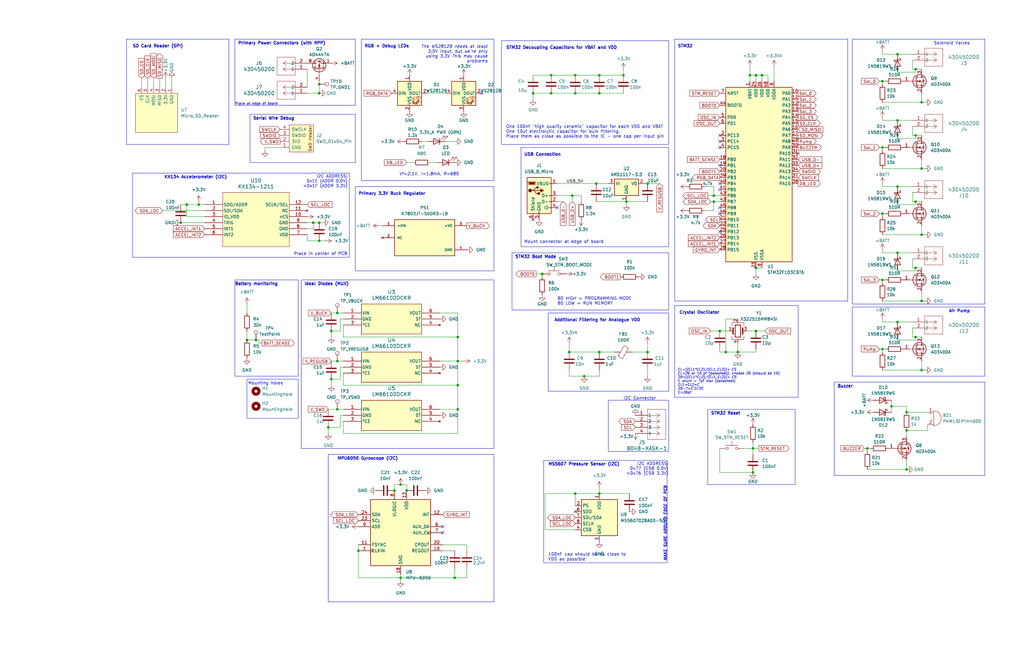
<source format=kicad_sch>
(kicad_sch (version 20230121) (generator eeschema)
  (paper "B")
  (title_block (title "Motherboard") (date "2024-03-25") (rev "1.0") (company "Queen's Rocket Engineering Team") (comment 1 "Contributors: Kennan Bays, Joachim Blohm, Mohamad Gapre"))
  (junction (at 378.46 78.74))
  (junction (at 375.92 171.45))
  (junction (at 142.24 172.72))
  (junction (at 372.11 62.23))
  (junction (at 318.77 113.03))
  (junction (at 139.7 160.02))
  (junction (at 142.24 152.4))
  (junction (at 386.08 113.03))
  (junction (at 388.62 99.06))
  (junction (at 318.77 139.7))
  (junction (at 168.91 204.47))
  (junction (at 386.08 142.24))
  (junction (at 242.57 31.75))
  (junction (at 232.41 39.37))
  (junction (at 246.38 158.75))
  (junction (at 372.11 118.11))
  (junction (at 372.11 147.32))
  (junction (at 240.03 148.59))
  (junction (at 306.07 148.59))
  (junction (at 134.62 93.98))
  (junction (at 232.41 31.75))
  (junction (at 273.05 77.47))
  (junction (at 142.24 132.08))
  (junction (at 262.89 31.75))
  (junction (at 300.99 82.55))
  (junction (at 317.5 189.23))
  (junction (at 193.04 142.24))
  (junction (at 242.57 39.37))
  (junction (at 166.37 207.01))
  (junction (at 388.62 156.21))
  (junction (at 241.3 82.55))
  (junction (at 193.04 152.4))
  (junction (at 264.16 85.09))
  (junction (at 139.7 139.7))
  (junction (at 104.14 143.51))
  (junction (at 151.13 232.41))
  (junction (at 83.82 86.36))
  (junction (at 378.46 106.68))
  (junction (at 317.5 199.39))
  (junction (at 171.45 207.01))
  (junction (at 382.27 173.99))
  (junction (at 378.46 50.8))
  (junction (at 382.27 181.61))
  (junction (at 273.05 148.59))
  (junction (at 316.23 31.75))
  (junction (at 134.62 101.6))
  (junction (at 132.08 93.98))
  (junction (at 138.43 180.34))
  (junction (at 252.73 39.37))
  (junction (at 134.62 39.37))
  (junction (at 382.27 198.12))
  (junction (at 388.62 43.18))
  (junction (at 386.08 29.21))
  (junction (at 224.79 39.37))
  (junction (at 134.62 35.56))
  (junction (at 251.46 77.47))
  (junction (at 311.15 148.59))
  (junction (at 252.73 208.28))
  (junction (at 76.2 93.98))
  (junction (at 193.04 172.72))
  (junction (at 300.99 85.09))
  (junction (at 168.91 243.84))
  (junction (at 252.73 148.59))
  (junction (at 386.08 57.15))
  (junction (at 372.11 90.17))
  (junction (at 228.6 115.57))
  (junction (at 303.53 139.7))
  (junction (at 193.04 162.56))
  (junction (at 388.62 127))
  (junction (at 372.11 34.29))
  (junction (at 378.46 135.89))
  (junction (at 318.77 31.75))
  (junction (at 107.95 143.51))
  (junction (at 378.46 22.86))
  (junction (at 78.74 86.36))
  (junction (at 252.73 31.75))
  (junction (at 191.77 243.84))
  (junction (at 386.08 85.09))
  (junction (at 365.76 189.23))
  (junction (at 321.31 31.75))
  (junction (at 242.57 208.28))
  (junction (at 388.62 71.12))
  (no_connect (at 303.53 90.17))
  (no_connect (at 203.2 39.37))
  (no_connect (at 303.53 62.23))
  (no_connect (at 303.53 87.63))
  (no_connect (at 303.53 80.01))
  (no_connect (at 303.53 77.47))
  (no_connect (at 234.95 87.63))
  (no_connect (at 336.55 64.77))
  (no_connect (at 303.53 57.15))
  (no_connect (at 186.69 222.25))
  (no_connect (at 303.53 69.85))
  (no_connect (at 186.69 224.79))
  (no_connect (at 303.53 97.79))
  (no_connect (at 224.79 92.71))
  (no_connect (at 242.57 215.9))
  (no_connect (at 303.53 59.69))
  (wire (pts (xy 318.77 148.59) (xy 311.15 148.59)))
  (wire (pts (xy 143.51 175.26) (xy 143.51 180.34)))
  (polyline (pts (xy 208.28 189.23) (xy 208.28 118.11)))
  (wire (pts (xy 69.85 33.02) (xy 69.85 36.83)))
  (wire (pts (xy 181.61 68.58) (xy 184.15 68.58)))
  (wire (pts (xy 388.62 67.31) (xy 388.62 71.12)))
  (wire (pts (xy 318.77 139.7) (xy 322.58 139.7)))
  (wire (pts (xy 316.23 27.94) (xy 316.23 31.75)))
  (wire (pts (xy 386.08 58.42) (xy 386.08 57.15)))
  (wire (pts (xy 111.76 62.23) (xy 118.11 62.23)))
  (polyline (pts (xy 215.9 106.68) (xy 215.9 111.76)))
  (wire (pts (xy 109.22 144.78) (xy 109.22 143.51)))
  (polyline (pts (xy 105.41 68.58) (xy 105.41 48.26)))
  (wire (pts (xy 388.62 99.06) (xy 389.89 99.06)))
  (wire (pts (xy 384.81 109.22) (xy 384.81 113.03)))
  (wire (pts (xy 234.95 85.09) (xy 237.49 85.09)))
  (wire (pts (xy 144.78 142.24) (xy 193.04 142.24)))
  (wire (pts (xy 151.13 229.87) (xy 151.13 232.41)))
  (polyline (pts (xy 96.52 16.51) (xy 53.34 16.51)) (stroke (width 0) (type solid)))
  (wire (pts (xy 382.27 173.99) (xy 391.16 173.99)))
  (wire (pts (xy 240.03 156.21) (xy 240.03 158.75)))
  (wire (pts (xy 78.74 91.44) (xy 78.74 86.36)))
  (wire (pts (xy 297.18 88.9) (xy 300.99 88.9)))
  (wire (pts (xy 378.46 58.42) (xy 386.08 58.42)))
  (polyline (pts (xy 127 118.11) (xy 208.28 118.11)))
  (wire (pts (xy 151.13 232.41) (xy 151.13 243.84)))
  (wire (pts (xy 388.62 123.19) (xy 388.62 127)))
  (wire (pts (xy 372.11 90.17) (xy 373.38 90.17)))
  (wire (pts (xy 372.11 127) (xy 388.62 127)))
  (wire (pts (xy 139.7 160.02) (xy 143.51 160.02)))
  (wire (pts (xy 321.31 31.75) (xy 321.31 34.29)))
  (wire (pts (xy 168.91 204.47) (xy 171.45 204.47)))
  (wire (pts (xy 240.03 148.59) (xy 252.73 148.59)))
  (wire (pts (xy 134.62 101.6) (xy 137.16 101.6)))
  (wire (pts (xy 196.85 229.87) (xy 186.69 229.87)))
  (wire (pts (xy 134.62 35.56) (xy 134.62 39.37)))
  (wire (pts (xy 370.84 118.11) (xy 372.11 118.11)))
  (wire (pts (xy 372.11 34.29) (xy 373.38 34.29)))
  (wire (pts (xy 242.57 31.75) (xy 252.73 31.75)))
  (wire (pts (xy 139.7 160.02) (xy 139.7 162.56)))
  (wire (pts (xy 166.37 204.47) (xy 168.91 204.47)))
  (wire (pts (xy 59.69 33.02) (xy 59.69 36.83)))
  (wire (pts (xy 386.08 29.21) (xy 388.62 29.21)))
  (wire (pts (xy 378.46 106.68) (xy 384.81 106.68)))
  (wire (pts (xy 143.51 175.26) (xy 144.78 175.26)))
  (wire (pts (xy 318.77 31.75) (xy 318.77 34.29)))
  (wire (pts (xy 129.54 99.06) (xy 129.54 101.6)))
  (wire (pts (xy 273.05 144.78) (xy 273.05 148.59)))
  (wire (pts (xy 375.92 171.45) (xy 382.27 171.45)))
  (wire (pts (xy 252.73 31.75) (xy 262.89 31.75)))
  (wire (pts (xy 240.03 144.78) (xy 240.03 148.59)))
  (wire (pts (xy 76.2 93.98) (xy 86.36 93.98)))
  (wire (pts (xy 299.72 85.09) (xy 300.99 85.09)))
  (wire (pts (xy 317.5 189.23) (xy 317.5 191.77)))
  (wire (pts (xy 129.54 93.98) (xy 132.08 93.98)))
  (wire (pts (xy 318.77 113.03) (xy 318.77 115.57)))
  (wire (pts (xy 232.41 39.37) (xy 242.57 39.37)))
  (wire (pts (xy 76.2 86.36) (xy 78.74 86.36)))
  (wire (pts (xy 242.57 39.37) (xy 252.73 39.37)))
  (wire (pts (xy 129.54 96.52) (xy 132.08 96.52)))
  (wire (pts (xy 372.11 62.23) (xy 373.38 62.23)))
  (wire (pts (xy 144.78 177.8) (xy 144.78 182.88)))
  (wire (pts (xy 142.24 132.08) (xy 144.78 132.08)))
  (wire (pts (xy 72.39 33.02) (xy 72.39 36.83)))
  (wire (pts (xy 193.04 132.08) (xy 185.42 132.08)))
  (wire (pts (xy 229.87 223.52) (xy 229.87 208.28)))
  (wire (pts (xy 303.53 139.7) (xy 299.72 139.7)))
  (wire (pts (xy 264.16 85.09) (xy 273.05 85.09)))
  (wire (pts (xy 252.73 208.28) (xy 265.43 208.28)))
  (wire (pts (xy 264.16 85.09) (xy 264.16 86.36)))
  (wire (pts (xy 384.81 25.4) (xy 384.81 29.21)))
  (wire (pts (xy 83.82 85.09) (xy 83.82 86.36)))
  (wire (pts (xy 378.46 114.3) (xy 386.08 114.3)))
  (wire (pts (xy 191.77 243.84) (xy 191.77 240.03)))
  (wire (pts (xy 144.78 157.48) (xy 144.78 162.56)))
  (wire (pts (xy 262.89 29.21) (xy 262.89 31.75)))
  (wire (pts (xy 384.81 57.15) (xy 386.08 57.15)))
  (wire (pts (xy 144.78 162.56) (xy 193.04 162.56)))
  (wire (pts (xy 193.04 142.24) (xy 193.04 132.08)))
  (wire (pts (xy 298.45 82.55) (xy 300.99 82.55)))
  (wire (pts (xy 311.15 134.62) (xy 306.07 134.62)))
  (wire (pts (xy 372.11 90.17) (xy 372.11 91.44)))
  (wire (pts (xy 193.04 172.72) (xy 193.04 182.88)))
  (wire (pts (xy 372.11 21.59) (xy 372.11 22.86)))
  (wire (pts (xy 375.92 168.91) (xy 375.92 171.45)))
  (wire (pts (xy 378.46 30.48) (xy 386.08 30.48)))
  (wire (pts (xy 109.22 143.51) (xy 107.95 143.51)))
  (polyline (pts (xy 127 118.11) (xy 127 189.23)))
  (wire (pts (xy 386.08 85.09) (xy 388.62 85.09)))
  (wire (pts (xy 386.08 142.24) (xy 388.62 142.24)))
  (wire (pts (xy 370.84 147.32) (xy 372.11 147.32)))
  (wire (pts (xy 143.51 154.94) (xy 143.51 160.02)))
  (wire (pts (xy 370.84 34.29) (xy 372.11 34.29)))
  (wire (pts (xy 144.78 137.16) (xy 144.78 142.24)))
  (wire (pts (xy 109.22 144.78) (xy 110.49 144.78)))
  (wire (pts (xy 196.85 243.84) (xy 196.85 240.03)))
  (wire (pts (xy 386.08 114.3) (xy 386.08 113.03)))
  (wire (pts (xy 316.23 31.75) (xy 316.23 34.29)))
  (wire (pts (xy 168.91 242.57) (xy 168.91 243.84)))
  (wire (pts (xy 378.46 22.86) (xy 384.81 22.86)))
  (wire (pts (xy 365.76 189.23) (xy 365.76 190.5)))
  (wire (pts (xy 252.73 205.74) (xy 252.73 208.28)))
  (wire (pts (xy 311.15 148.59) (xy 311.15 144.78)))
  (wire (pts (xy 138.43 180.34) (xy 138.43 182.88)))
  (wire (pts (xy 193.04 152.4) (xy 193.04 162.56)))
  (wire (pts (xy 251.46 77.47) (xy 256.54 77.47)))
  (wire (pts (xy 372.11 49.53) (xy 372.11 50.8)))
  (wire (pts (xy 323.85 34.29) (xy 323.85 31.75)))
  (wire (pts (xy 382.27 171.45) (xy 382.27 173.99)))
  (wire (pts (xy 384.81 138.43) (xy 384.81 142.24)))
  (wire (pts (xy 386.08 86.36) (xy 386.08 85.09)))
  (wire (pts (xy 386.08 57.15) (xy 388.62 57.15)))
  (wire (pts (xy 384.81 142.24) (xy 386.08 142.24)))
  (wire (pts (xy 384.81 113.03) (xy 386.08 113.03)))
  (polyline (pts (xy 105.41 48.26) (xy 149.86 48.26)))
  (wire (pts (xy 386.08 30.48) (xy 386.08 29.21)))
  (wire (pts (xy 151.13 243.84) (xy 168.91 243.84)))
  (wire (pts (xy 224.79 31.75) (xy 232.41 31.75)))
  (wire (pts (xy 384.81 29.21) (xy 386.08 29.21)))
  (wire (pts (xy 306.07 148.59) (xy 303.53 148.59)))
  (wire (pts (xy 318.77 147.32) (xy 318.77 148.59)))
  (wire (pts (xy 273.05 77.47) (xy 271.78 77.47)))
  (wire (pts (xy 138.43 172.72) (xy 142.24 172.72)))
  (wire (pts (xy 306.07 134.62) (xy 306.07 148.59)))
  (polyline (pts (xy 281.94 106.68) (xy 215.9 106.68)))
  (wire (pts (xy 142.24 172.72) (xy 144.78 172.72)))
  (polyline (pts (xy 281.94 130.81) (xy 281.94 106.68)))
  (wire (pts (xy 191.77 243.84) (xy 196.85 243.84)))
  (wire (pts (xy 139.7 152.4) (xy 142.24 152.4)))
  (wire (pts (xy 143.51 134.62) (xy 144.78 134.62)))
  (wire (pts (xy 388.62 127) (xy 389.89 127)))
  (wire (pts (xy 317.5 186.69) (xy 317.5 189.23)))
  (wire (pts (xy 372.11 147.32) (xy 372.11 148.59)))
  (wire (pts (xy 300.99 82.55) (xy 303.53 82.55)))
  (wire (pts (xy 111.76 62.23) (xy 111.76 63.5)))
  (wire (pts (xy 370.84 90.17) (xy 372.11 90.17)))
  (wire (pts (xy 186.69 232.41) (xy 191.77 232.41)))
  (wire (pts (xy 134.62 34.29) (xy 134.62 35.56)))
  (wire (pts (xy 372.11 77.47) (xy 372.11 78.74)))
  (wire (pts (xy 229.87 208.28) (xy 242.57 208.28)))
  (wire (pts (xy 391.16 181.61) (xy 391.16 179.07)))
  (wire (pts (xy 303.53 199.39) (xy 317.5 199.39)))
  (polyline (pts (xy 149.86 68.58) (xy 105.41 68.58)))
  (wire (pts (xy 224.79 39.37) (xy 224.79 41.91)))
  (wire (pts (xy 372.11 22.86) (xy 378.46 22.86)))
  (wire (pts (xy 313.69 189.23) (xy 317.5 189.23)))
  (wire (pts (xy 143.51 134.62) (xy 143.51 139.7)))
  (wire (pts (xy 129.54 39.37) (xy 134.62 39.37)))
  (wire (pts (xy 251.46 85.09) (xy 264.16 85.09)))
  (wire (pts (xy 171.45 204.47) (xy 171.45 207.01)))
  (wire (pts (xy 365.76 198.12) (xy 382.27 198.12)))
  (wire (pts (xy 139.7 132.08) (xy 142.24 132.08)))
  (wire (pts (xy 252.73 39.37) (xy 262.89 39.37)))
  (wire (pts (xy 180.34 39.37) (xy 187.96 39.37)))
  (polyline (pts (xy 96.52 60.96) (xy 96.52 16.51)) (stroke (width 0) (type solid)))
  (wire (pts (xy 372.11 105.41) (xy 372.11 106.68)))
  (wire (pts (xy 388.62 152.4) (xy 388.62 156.21)))
  (wire (pts (xy 246.38 158.75) (xy 252.73 158.75)))
  (wire (pts (xy 384.81 53.34) (xy 384.81 57.15)))
  (wire (pts (xy 273.05 156.21) (xy 273.05 158.75)))
  (wire (pts (xy 195.58 152.4) (xy 193.04 152.4)))
  (wire (pts (xy 224.79 39.37) (xy 232.41 39.37)))
  (wire (pts (xy 144.78 182.88) (xy 193.04 182.88)))
  (wire (pts (xy 177.8 59.69) (xy 180.34 59.69)))
  (wire (pts (xy 64.77 33.02) (xy 64.77 36.83)))
  (wire (pts (xy 372.11 78.74) (xy 378.46 78.74)))
  (wire (pts (xy 372.11 118.11) (xy 372.11 119.38)))
  (wire (pts (xy 386.08 113.03) (xy 388.62 113.03)))
  (wire (pts (xy 132.08 96.52) (xy 132.08 93.98)))
  (wire (pts (xy 372.11 50.8) (xy 378.46 50.8)))
  (wire (pts (xy 326.39 27.94) (xy 326.39 34.29)))
  (wire (pts (xy 228.6 115.57) (xy 226.06 115.57)))
  (wire (pts (xy 196.85 232.41) (xy 196.85 229.87)))
  (polyline (pts (xy 152.4 38.735) (xy 152.4 38.735)))
  (wire (pts (xy 386.08 143.51) (xy 386.08 142.24)))
  (wire (pts (xy 132.08 93.98) (xy 134.62 93.98)))
  (wire (pts (xy 372.11 135.89) (xy 378.46 135.89)))
  (wire (pts (xy 303.53 148.59) (xy 303.53 147.32)))
  (wire (pts (xy 252.73 148.59) (xy 259.08 148.59)))
  (wire (pts (xy 193.04 162.56) (xy 193.04 172.72)))
  (wire (pts (xy 297.18 78.74) (xy 300.99 78.74)))
  (wire (pts (xy 171.45 68.58) (xy 173.99 68.58)))
  (wire (pts (xy 129.54 29.21) (xy 129.54 36.83)))
  (wire (pts (xy 187.96 59.69) (xy 191.77 59.69)))
  (wire (pts (xy 378.46 135.89) (xy 384.81 135.89)))
  (wire (pts (xy 300.99 88.9) (xy 300.99 85.09)))
  (wire (pts (xy 384.81 85.09) (xy 386.08 85.09)))
  (wire (pts (xy 168.91 243.84) (xy 191.77 243.84)))
  (wire (pts (xy 384.81 81.28) (xy 384.81 85.09)))
  (wire (pts (xy 314.96 139.7) (xy 318.77 139.7)))
  (wire (pts (xy 139.7 139.7) (xy 139.7 142.24)))
  (wire (pts (xy 86.36 91.44) (xy 78.74 91.44)))
  (wire (pts (xy 372.11 118.11) (xy 373.38 118.11)))
  (wire (pts (xy 166.37 204.47) (xy 166.37 207.01)))
  (wire (pts (xy 234.95 82.55) (xy 241.3 82.55)))
  (wire (pts (xy 168.91 243.84) (xy 168.91 245.11)))
  (wire (pts (xy 242.57 208.28) (xy 242.57 213.36)))
  (wire (pts (xy 138.43 180.34) (xy 143.51 180.34)))
  (wire (pts (xy 142.24 152.4) (xy 144.78 152.4)))
  (wire (pts (xy 378.46 86.36) (xy 386.08 86.36)))
  (wire (pts (xy 303.53 139.7) (xy 307.34 139.7)))
  (wire (pts (xy 232.41 31.75) (xy 242.57 31.75)))
  (polyline (pts (xy 215.9 111.76) (xy 215.9 130.81)))
  (wire (pts (xy 372.11 34.29) (xy 372.11 35.56)))
  (wire (pts (xy 388.62 43.18) (xy 389.89 43.18)))
  (wire (pts (xy 129.54 101.6) (xy 134.62 101.6)))
  (wire (pts (xy 245.11 85.09) (xy 245.11 82.55)))
  (wire (pts (xy 388.62 156.21) (xy 389.89 156.21)))
  (wire (pts (xy 375.92 171.45) (xy 375.92 173.99)))
  (wire (pts (xy 317.5 189.23) (xy 320.04 189.23)))
  (wire (pts (xy 67.31 33.02) (xy 67.31 36.83)))
  (wire (pts (xy 160.02 95.25) (xy 161.29 95.25)))
  (wire (pts (xy 378.46 50.8) (xy 384.81 50.8)))
  (wire (pts (xy 321.31 31.75) (xy 318.77 31.75)))
  (wire (pts (xy 372.11 156.21) (xy 388.62 156.21)))
  (wire (pts (xy 139.7 139.7) (xy 143.51 139.7)))
  (wire (pts (xy 382.27 181.61) (xy 382.27 184.15)))
  (wire (pts (xy 370.84 62.23) (xy 372.11 62.23)))
  (wire (pts (xy 318.77 113.03) (xy 321.31 113.03)))
  (wire (pts (xy 241.3 82.55) (xy 241.3 85.09)))
  (wire (pts (xy 228.6 116.84) (xy 228.6 115.57)))
  (wire (pts (xy 303.53 189.23) (xy 303.53 199.39)))
  (wire (pts (xy 364.49 189.23) (xy 365.76 189.23)))
  (wire (pts (xy 388.62 95.25) (xy 388.62 99.06)))
  (wire (pts (xy 372.11 62.23) (xy 372.11 63.5)))
  (wire (pts (xy 365.76 189.23) (xy 367.03 189.23)))
  (wire (pts (xy 388.62 71.12) (xy 389.89 71.12)))
  (wire (pts (xy 104.14 143.51) (xy 107.95 143.51)))
  (wire (pts (xy 135.89 93.98) (xy 134.62 93.98)))
  (wire (pts (xy 242.57 223.52) (xy 229.87 223.52)))
  (polyline (pts (xy 149.86 48.26) (xy 149.86 68.58)))
  (wire (pts (xy 300.99 85.09) (xy 303.53 85.09)))
  (polyline (pts (xy 96.52 60.96) (xy 53.34 60.96)) (stroke (width 0) (type solid)))
  (wire (pts (xy 104.14 139.7) (xy 104.14 143.51)))
  (polyline (pts (xy 127 189.23) (xy 208.28 189.23)))
  (wire (pts (xy 318.77 31.75) (xy 316.23 31.75)))
  (wire (pts (xy 372.11 147.32) (xy 373.38 147.32)))
  (wire (pts (xy 185.42 152.4) (xy 193.04 152.4)))
  (wire (pts (xy 372.11 43.18) (xy 388.62 43.18)))
  (wire (pts (xy 68.58 88.9) (xy 86.36 88.9)))
  (wire (pts (xy 372.11 106.68) (xy 378.46 106.68)))
  (wire (pts (xy 382.27 194.31) (xy 382.27 198.12)))
  (wire (pts (xy 104.14 128.27) (xy 104.14 132.08)))
  (wire (pts (xy 372.11 99.06) (xy 388.62 99.06)))
  (wire (pts (xy 323.85 31.75) (xy 321.31 31.75)))
  (wire (pts (xy 300.99 78.74) (xy 300.99 82.55)))
  (wire (pts (xy 185.42 172.72) (xy 193.04 172.72)))
  (wire (pts (xy 240.03 158.75) (xy 246.38 158.75)))
  (wire (pts (xy 143.51 154.94) (xy 144.78 154.94)))
  (wire (pts (xy 378.46 143.51) (xy 386.08 143.51)))
  (wire (pts (xy 306.07 148.59) (xy 311.15 148.59)))
  (wire (pts (xy 382.27 181.61) (xy 391.16 181.61)))
  (wire (pts (xy 372.11 134.62) (xy 372.11 135.89)))
  (wire (pts (xy 242.57 208.28) (xy 252.73 208.28)))
  (wire (pts (xy 278.13 77.47) (xy 273.05 77.47)))
  (wire (pts (xy 266.7 148.59) (xy 273.05 148.59)))
  (wire (pts (xy 252.73 158.75) (xy 252.73 156.21)))
  (polyline (pts (xy 215.9 130.81) (xy 281.94 130.81)))
  (wire (pts (xy 62.23 33.02) (xy 62.23 36.83)))
  (wire (pts (xy 234.95 77.47) (xy 251.46 77.47)))
  (wire (pts (xy 78.74 86.36) (xy 83.82 86.36)))
  (wire (pts (xy 245.11 82.55) (xy 241.3 82.55)))
  (polyline (pts (xy 53.34 60.96) (xy 53.34 16.51)) (stroke (width 0) (type solid)))
  (wire (pts (xy 378.46 78.74) (xy 384.81 78.74)))
  (wire (pts (xy 388.62 39.37) (xy 388.62 43.18)))
  (wire (pts (xy 83.82 86.36) (xy 86.36 86.36)))
  (wire (pts (xy 193.04 142.24) (xy 193.04 152.4)))
  (wire (pts (xy 372.11 71.12) (xy 388.62 71.12)))
  (rectangle (start 298.45 172.72) (end 335.28 204.47))
  (rectangle (start 104.14 160.02) (end 125.73 176.53))
  (rectangle (start 359.41 16.51) (end 415.29 128.27))
  (rectangle (start 219.71 62.23) (end 281.94 104.14))
  (rectangle (start 256.54 168.91) (end 281.94 190.5))
  (rectangle (start 231.14 132.08) (end 281.94 165.1))
  (rectangle (start 211.455 17.145) (end 281.94 60.96))
  (rectangle (start 284.48 128.905) (end 336.55 167.64))
  (rectangle (start 152.4 16.51) (end 208.28 76.2))
  (rectangle (start 99.06 16.51) (end 149.86 44.45))
  (rectangle (start 284.48 16.51) (end 357.505 127))
  (rectangle (start 229.235 194.31) (end 281.305 237.49))
  (rectangle (start 351.79 161.29) (end 415.29 200.66))
  (rectangle (start 359.41 129.54) (end 415.29 158.75))
  (rectangle (start 55.88 73.025) (end 147.32 108.585))
  (rectangle (start 149.86 78.74) (end 208.28 114.3))
  (rectangle (start 138.43 191.77) (end 208.28 254))
  (rectangle (start 99.06 118.11) (end 125.73 158.75))
  (text "SD Card Reader (SPI)" (at 55.88 20.32 0) (effects (font (size 1.27 1.27) (thickness 0.254) bold) (justify left bottom)))
  (text "MAKE SURE AROUND EDGE OF PCB" (at 281.305 236.855 90) (effects (font (size 1.2 1.2) (thickness 0.24) bold italic) (justify left bottom)))
  (text "100nF cap should be as close to\nVDD as possible" (at 231.14 236.855 0) (effects (font (size 1.27 1.27)) (justify left bottom)))
  (text "USB Connection" (at 220.98 66.04 0) (effects (font (size 1.27 1.27) (thickness 0.254) bold) (justify left bottom)))
  (text "I2C Connector" (at 262.89 168.91 0) (effects (font (size 1.27 1.27)) (justify left bottom)))
  (text "Place in center of PCB" (at 123.825 107.95 0) (effects (font (size 1.27 1.27)) (justify left bottom)))
  (text "Solenoid Valves\n" (at 393.7 19.05 0) (effects (font (size 1.27 1.27)) (justify left bottom)))
  (text "STM32 Decoupling Capacitors for VBAT and VDD" (at 213.36 20.955 0) (effects (font (size 1.27 1.27) (thickness 0.254) bold) (justify left bottom)))
  (text "Buzzer" (at 353.06 163.83 0) (effects (font (size 1.27 1.27) bold) (justify left bottom)))
  (text "CL=((CL1*CL2)/(CL1_CL2))+ CS \nCL=20 or 10 pf (datasheet), choose 20 (should be 10)\n20=((CL1*CL2)/(CL1_CL2))+ CS \nC shunt = 7pf max (datasheet)\nCL1=CL2=C\n20-7=C^2/2C\nC=26pf\n" (at 285.75 166.37 0) (effects (font (size 1 1) italic) (justify left bottom)))
  (text "STM32" (at 285.75 20.32 0) (effects (font (size 1.27 1.27) (thickness 0.254) bold) (justify left bottom)))
  (text "STM32 Boot Mode" (at 217.17 109.22 0) (effects (font (size 1.27 1.27) (thickness 0.254) bold) (justify left bottom)))
  (text "Primary 3.3V Buck Regulator" (at 151.13 82.55 0) (effects (font (size 1.27 1.27) (thickness 0.254) bold) (justify left bottom)))
  (text "The WS2812B needs at least\n3.5V input, but we're only\nusing 3.3V This may cause\nproblems" (at 205.74 26.67 0) (effects (font (size 1.27 1.27) italic) (justify right bottom)))
  (text "Mount connector at edge of board\n" (at 220.98 102.87 0) (effects (font (size 1.27 1.27)) (justify left bottom)))
  (text "Vf=2.1V, I=1.8mA, R=680" (at 168.275 74.295 0) (effects (font (size 1.27 1.27) italic) (justify left bottom)))
  (text "One 100nf \"high quality ceramic\" capacitor for each VDD and VBAT\nOne 10uf electrolytic capacitor for bulk filtering.\nPlace them as close as possible to the IC - one cap per input pin" (at 213.36 58.42 0) (effects (font (size 1.27 1.27)) (justify left bottom)))
  (text "STM32 Reset" (at 299.72 175.26 0) (effects (font (size 1.27 1.27) (thickness 0.254) bold) (justify left bottom)))
  (text "Serial Wire Debug" (at 106.68 50.8 0) (effects (font (size 1.27 1.27) (thickness 0.254) bold) (justify left bottom)))
  (text "I2C ADDRESS:\n0x77 (CSB 0.0V)\n>0x76 (CSB 3.3V)" (at 281.94 200.66 0) (effects (font (size 1.27 1.27)) (justify right bottom)))
  (text "Primary Power Connectors (with RPP)" (at 100.33 19.05 0) (effects (font (size 1.27 1.27) (thickness 0.254) bold) (justify left bottom)))
  (text "RGB + Debug LEDs" (at 153.67 20.32 0) (effects (font (size 1.27 1.27) (thickness 0.254) bold) (justify left bottom)))
  (text "Crystal Oscillator" (at 286.385 132.715 0) (effects (font (size 1.27 1.27) (thickness 0.254) bold) (justify left bottom)))
  (text "MS5607 Pressure Sensor (I2C)" (at 231.14 196.723 0) (effects (font (size 1.27 1.27) (thickness 0.254) bold) (justify left bottom)))
  (text "Ideal Diodes (MUX)" (at 128.27 120.65 0) (effects (font (size 1.27 1.27) (thickness 0.254) bold) (justify left bottom)))
  (text "Air Pump" (at 400.05 132.08 0) (effects (font (size 1.27 1.27) (thickness 0.254) bold) (justify left bottom)))
  (text "I2C ADDRESS:\n0x1E (ADDR 0.0V)\n>0x1F (ADDR 3.3V)" (at 146.685 79.375 0) (effects (font (size 1.27 1.27)) (justify right bottom)))
  (text "Additional Filtering for Analogue VDD" (at 233.68 135.89 0) (effects (font (size 1.27 1.27) (thickness 0.254) bold) (justify left bottom)))
  (text "KX134 Accelerometer (I2C)" (at 69.215 75.565 0) (effects (font (size 1.27 1.27) (thickness 0.254) bold) (justify left bottom)))
  (text "Battery monitoring\n" (at 99.06 120.65 0) (effects (font (size 1.27 1.27) (thickness 0.254) bold) (justify left bottom)))
  (text "Mounting holes" (at 119.38 162.56 0) (effects (font (size 1.27 1.27)) (justify right bottom)))
  (text "Place at edge of board" (at 99.06 44.45 0) (effects (font (size 1 1) italic) (justify left bottom)))
  (text "MPU6050 Gyroscope (I2C)" (at 142.24 194.31 0) (effects (font (size 1.27 1.27) (thickness 0.254) bold) (justify left bottom)))
  (text "B0 HIGH = PROGRAMMING MODE\nB0 LOW = RUN MEMORY" (at 234.95 128.905 0) (effects (font (size 1.27 1.27)) (justify left bottom)))
  (label "USB_5V" (at 238.76 77.47 0))
  (global_label "SCL_LOC" (shape output) (at 298.45 82.55 180) (property "Intersheetrefs" "${INTERSHEET_REFS}" (effects hide)))
  (global_label "SWDIO" (shape bidirectional) (at 336.55 72.39 0) (property "Intersheetrefs" "${INTERSHEET_REFS}" (effects hide)))
  (global_label "ACCEL_INT1" (shape input) (at 86.36 96.52 180) (property "Intersheetrefs" "${INTERSHEET_REFS}" (effects hide)))
  (global_label "Sol_0" (shape input) (at 370.84 34.29 180) (property "Intersheetrefs" "${INTERSHEET_REFS}" (effects hide)))
  (global_label "Pump" (shape input) (at 370.84 147.32 180) (property "Intersheetrefs" "${INTERSHEET_REFS}" (effects hide)))
  (global_label "BOOT0" (shape output) (at 226.06 115.57 180) (property "Intersheetrefs" "${INTERSHEET_REFS}" (effects hide)))
  (global_label "SDA_LOC" (shape bidirectional) (at 151.13 217.17 180) (property "Intersheetrefs" "${INTERSHEET_REFS}" (effects hide)))
  (global_label "SD_MISO" (shape output) (at 67.31 33.02 90) (property "Intersheetrefs" "${INTERSHEET_REFS}" (effects hide)))
  (global_label "SD_MOSI" (shape output) (at 336.55 57.15 0) (property "Intersheetrefs" "${INTERSHEET_REFS}" (effects hide)))
  (global_label "BATT_SENSE" (shape output) (at 110.49 144.78 0) (property "Intersheetrefs" "${INTERSHEET_REFS}" (effects hide)))
  (global_label "V_REGUSB" (shape input) (at 278.13 77.47 270) (property "Intersheetrefs" "${INTERSHEET_REFS}" (effects hide)))
  (global_label "SD_MOSI" (shape input) (at 64.77 33.02 90) (property "Intersheetrefs" "${INTERSHEET_REFS}" (effects hide)))
  (global_label "Sol_0" (shape output) (at 336.55 39.37 0) (property "Intersheetrefs" "${INTERSHEET_REFS}" (effects hide)))
  (global_label "SD_CS" (shape output) (at 336.55 49.53 0) (property "Intersheetrefs" "${INTERSHEET_REFS}" (effects hide)))
  (global_label "SDA" (shape bidirectional) (at 267.97 177.8 180) (property "Intersheetrefs" "${INTERSHEET_REFS}" (effects hide)))
  (global_label "OSC_OUT" (shape input) (at 303.53 52.07 180) (property "Intersheetrefs" "${INTERSHEET_REFS}" (effects hide)))
  (global_label "USB_D+" (shape input) (at 241.3 85.09 270) (property "Intersheetrefs" "${INTERSHEET_REFS}" (effects hide)))
  (global_label "BUZZER" (shape input) (at 364.49 189.23 180) (property "Intersheetrefs" "${INTERSHEET_REFS}" (effects hide)))
  (global_label "SD_MISO" (shape input) (at 336.55 54.61 0) (property "Intersheetrefs" "${INTERSHEET_REFS}" (effects hide)))
  (global_label "SCL" (shape output) (at 303.53 92.71 180) (property "Intersheetrefs" "${INTERSHEET_REFS}" (effects hide)))
  (global_label "RGB_DATA" (shape input) (at 165.1 39.37 180) (property "Intersheetrefs" "${INTERSHEET_REFS}" (effects hide)))
  (global_label "V_SWD" (shape input) (at 138.43 172.72 180) (property "Intersheetrefs" "${INTERSHEET_REFS}" (effects hide)))
  (global_label "SWCLK" (shape input) (at 336.55 74.93 0) (property "Intersheetrefs" "${INTERSHEET_REFS}" (effects hide)))
  (global_label "Sol_2" (shape output) (at 336.55 44.45 0) (property "Intersheetrefs" "${INTERSHEET_REFS}" (effects hide)))
  (global_label "SCL" (shape input) (at 267.97 180.34 180) (property "Intersheetrefs" "${INTERSHEET_REFS}" (effects hide)))
  (global_label "STM_RESET" (shape input) (at 303.53 39.37 180) (property "Intersheetrefs" "${INTERSHEET_REFS}" (effects hide)))
  (global_label "BATT_SENSE" (shape input) (at 303.53 67.31 180) (property "Intersheetrefs" "${INTERSHEET_REFS}" (effects hide)))
  (global_label "BUZZER" (shape output) (at 336.55 62.23 0) (property "Intersheetrefs" "${INTERSHEET_REFS}" (effects hide)))
  (global_label "SCL_LOC" (shape input) (at 242.57 220.98 180) (property "Intersheetrefs" "${INTERSHEET_REFS}" (effects hide)))
  (global_label "Sol_3" (shape output) (at 336.55 46.99 0) (property "Intersheetrefs" "${INTERSHEET_REFS}" (effects hide)))
  (global_label "V_BUCK" (shape input) (at 139.7 132.08 180) (property "Intersheetrefs" "${INTERSHEET_REFS}" (effects hide)))
  (global_label "DB_LED" (shape output) (at 336.55 77.47 0) (property "Intersheetrefs" "${INTERSHEET_REFS}" (effects hide)))
  (global_label "Pump" (shape output) (at 336.55 59.69 0) (property "Intersheetrefs" "${INTERSHEET_REFS}" (effects hide)))
  (global_label "STM_RESET" (shape output) (at 320.04 189.23 0) (property "Intersheetrefs" "${INTERSHEET_REFS}" (effects hide)))
  (global_label "OSC_IN" (shape input) (at 299.72 139.7 180) (property "Intersheetrefs" "${INTERSHEET_REFS}" (effects hide)))
  (global_label "Sol_2" (shape input) (at 370.84 90.17 180) (property "Intersheetrefs" "${INTERSHEET_REFS}" (effects hide)))
  (global_label "SDA_LOC" (shape bidirectional) (at 68.58 88.9 180) (property "Intersheetrefs" "${INTERSHEET_REFS}" (effects hide)))
  (global_label "SCL_LOC" (shape input) (at 151.13 219.71 180) (property "Intersheetrefs" "${INTERSHEET_REFS}" (effects hide)))
  (global_label "ACCEL_INT1" (shape input) (at 303.53 102.87 180) (property "Intersheetrefs" "${INTERSHEET_REFS}" (effects hide)))
  (global_label "OSC_IN" (shape input) (at 303.53 49.53 180) (property "Intersheetrefs" "${INTERSHEET_REFS}" (effects hide)))
  (global_label "V_BUCK" (shape output) (at 196.85 95.25 0) (property "Intersheetrefs" "${INTERSHEET_REFS}" (effects hide)))
  (global_label "RGB_DATA" (shape output) (at 303.53 74.93 180) (property "Intersheetrefs" "${INTERSHEET_REFS}" (effects hide)))
  (global_label "DB_LED" (shape input) (at 171.45 68.58 180) (property "Intersheetrefs" "${INTERSHEET_REFS}" (effects hide)))
  (global_label "OSC_OUT" (shape input) (at 322.58 139.7 0) (property "Intersheetrefs" "${INTERSHEET_REFS}" (effects hide)))
  (global_label "GYRO_INT" (shape input) (at 186.69 217.17 0) (property "Intersheetrefs" "${INTERSHEET_REFS}" (effects hide)))
  (global_label "BOOT0" (shape input) (at 303.53 44.45 180) (property "Intersheetrefs" "${INTERSHEET_REFS}" (effects hide)))
  (global_label "SD_CLK" (shape input) (at 62.23 33.02 90) (property "Intersheetrefs" "${INTERSHEET_REFS}" (effects hide)))
  (global_label "Sol_1" (shape input) (at 370.84 62.23 180) (property "Intersheetrefs" "${INTERSHEET_REFS}" (effects hide)))
  (global_label "USB_D+" (shape input) (at 336.55 69.85 0) (property "Intersheetrefs" "${INTERSHEET_REFS}" (effects hide)))
  (global_label "USB_D-" (shape input) (at 336.55 67.31 0) (property "Intersheetrefs" "${INTERSHEET_REFS}" (effects hide)))
  (global_label "SDA_LOC" (shape bidirectional) (at 299.72 85.09 180) (property "Intersheetrefs" "${INTERSHEET_REFS}" (effects hide)))
  (global_label "BOOT1" (shape output) (at 261.62 116.84 180) (property "Intersheetrefs" "${INTERSHEET_REFS}" (effects hide)))
  (global_label "ACCEL_INT2" (shape input) (at 303.53 100.33 180) (property "Intersheetrefs" "${INTERSHEET_REFS}" (effects hide)))
  (global_label "SD_CS" (shape input) (at 59.69 33.02 90) (property "Intersheetrefs" "${INTERSHEET_REFS}" (effects hide)))
  (global_label "SD_CLK" (shape output) (at 336.55 52.07 0) (property "Intersheetrefs" "${INTERSHEET_REFS}" (effects hide)))
  (global_label "SWCLK" (shape input) (at 118.11 54.61 180) (property "Intersheetrefs" "${INTERSHEET_REFS}" (effects hide)))
  (global_label "BOOT1" (shape input) (at 303.53 72.39 180) (property "Intersheetrefs" "${INTERSHEET_REFS}" (effects hide)))
  (global_label "SDA_LOC" (shape bidirectional) (at 242.57 218.44 180) (property "Intersheetrefs" "${INTERSHEET_REFS}" (effects hide)))
  (global_label "V_SWD" (shape output) (at 118.11 59.69 180) (property "Intersheetrefs" "${INTERSHEET_REFS}" (effects hide)))
  (global_label "SDA" (shape bidirectional) (at 303.53 95.25 180) (property "Intersheetrefs" "${INTERSHEET_REFS}" (effects hide)))
  (global_label "GYRO_INT" (shape input) (at 303.53 105.41 180) (property "Intersheetrefs" "${INTERSHEET_REFS}" (effects hide)))
  (global_label "ACCEL_INT2" (shape input) (at 86.36 99.06 180) (property "Intersheetrefs" "${INTERSHEET_REFS}" (effects hide)))
  (global_label "V_REGUSB" (shape input) (at 139.7 152.4 180) (property "Intersheetrefs" "${INTERSHEET_REFS}" (effects hide)))
  (global_label "USB_D-" (shape input) (at 237.49 85.09 270) (property "Intersheetrefs" "${INTERSHEET_REFS}" (effects hide)))
  (global_label "SCL_LOC" (shape input) (at 129.54 86.36 0) (property "Intersheetrefs" "${INTERSHEET_REFS}" (effects hide)))
  (global_label "SWDIO" (shape input) (at 118.11 57.15 180) (property "Intersheetrefs" "${INTERSHEET_REFS}" (effects hide)))
  (global_label "Sol_1" (shape output) (at 336.55 41.91 0) (property "Intersheetrefs" "${INTERSHEET_REFS}" (effects hide)))
  (global_label "Sol_3" (shape input) (at 370.84 118.11 180) (property "Intersheetrefs" "${INTERSHEET_REFS}" (effects hide)))
  (symbol (lib_id "power:+3.3V") (at 137.16 101.6 270) (unit 1)
    (property "Reference" "#PWR031" (effects hide))
    (property "Value" "+3.3V" (at 140.97 101.6 90) (effects (justify left)))
  )
  (symbol (lib_id "power:GND") (at 138.43 182.88 0) (unit 1)
    (property "Reference" "#PWR038" (effects hide))
    (property "Value" "GND" (at 138.43 187.96 0))
  )
  (symbol (lib_id "Device:C") (at 242.57 35.56 0) (unit 1)
    (property "Reference" "C6" (at 245.745 34.29 0) (effects (justify left)))
    (property "Value" "100n" (at 245.11 36.83 0) (effects (justify left)))
    (property "Footprint" "Capacitor_SMD:C_0402_1005Metric" (effects hide))
    (property "LCSC" "C1525" (effects hide))
  )
  (symbol (lib_id "power:GND") (at 111.76 63.5 0) (unit 1)
    (property "Reference" "#PWR023" (effects hide))
    (property "Value" "GND" (effects hide))
  )
  (symbol (lib_id "Device:R") (at 377.19 118.11 270) (unit 1)
    (property "Reference" "R31" (at 377.19 112.9497 90))
    (property "Value" "510R" (at 377.19 115.3739 90))
    (property "Footprint" "Resistor_SMD:R_0603_1608Metric" (effects hide))
    (property "LCSC" "C23193" (effects hide))
  )
  (symbol (lib_id "Connector:TestPoint") (at 142.24 132.08 0) (unit 1)
    (property "Reference" "TP1" (at 144.78 124.46 0) (effects (justify left)))
    (property "Value" "TP_VBUCK" (at 143.51 127 0) (effects (justify left)))
    (property "Footprint" "TestPoint:TestPoint_Pad_1.5x1.5mm" (effects hide))
  )
  (symbol (lib_id "Device:R") (at 317.5 182.88 180) (unit 1)
    (property "Reference" "R2" (at 319.278 181.6679 0) (effects (justify right)))
    (property "Value" "10k" (at 319.278 184.0921 0) (effects (justify right)))
    (property "Footprint" "Resistor_SMD:R_0603_1608Metric" (effects hide))
    (property "LCSC" "C25804" (effects hide))
  )
  (symbol (lib_id "power:+3.3V") (at 262.89 29.21 0) (mirror y) (unit 1)
    (property "Reference" "#PWR018" (effects hide))
    (property "Value" "+3.3V" (at 262.89 24.765 0))
  )
  (symbol (lib_id "Sensor_Motion:MPU-6050") (at 168.91 224.79 0) (unit 1)
    (property "Reference" "U8" (at 171.1041 241.3 0) (effects (justify left)))
    (property "Value" "MPU-6050" (at 171.1041 243.84 0) (effects (justify left)))
    (property "Footprint" "Sensor_Motion:InvenSense_QFN-24_4x4mm_P0.5mm" (effects hide))
    (property "Datasheet" "https://invensense.tdk.com/wp-content/uploads/2015/02/MPU-6000-Datasheet1.pdf" (effects hide))
    (property "LCSC" "C24112" (effects hide))
  )
  (symbol (lib_id "QRET_Buck_PSU-symbols:LM66100DCKR") (at 165.1 134.62 0) (unit 1)
    (property "Reference" "U3" (at 165.1 123.19 0) (effects (font (size 1.524 1.524))))
    (property "Value" "LM66100DCKR" (at 165.1 125.73 0) (effects (font (size 1.524 1.524))))
    (property "Footprint" "LMR66100:SC-70-6_Handsoldering" (effects hide))
    (property "Datasheet" "LM66100DCKR" (effects hide))
    (property "LCSC" "C2869734" (effects hide))
  )
  (symbol (lib_id "Device:R") (at 293.37 78.74 270) (unit 1)
    (property "Reference" "R3" (at 290.83 76.2 90))
    (property "Value" "4.7k" (at 298.45 77.47 90))
    (property "Footprint" "Resistor_SMD:R_0603_1608Metric" (effects hide))
    (property "LCSC" "C23162" (effects hide))
  )
  (symbol (lib_id "power:+3.3V") (at 289.56 78.74 90) (unit 1)
    (property "Reference" "#PWR068" (effects hide))
    (property "Value" "+3.3V" (at 290.83 73.66 90) (effects (justify left)))
  )
  (symbol (lib_id "Diode:1N5819WS") (at 378.46 82.55 270) (unit 1)
    (property "Reference" "D15" (at 369.57 81.28 90) (effects (justify left)))
    (property "Value" "1N5819WS" (at 365.76 83.82 90) (effects (justify left)))
    (property "Footprint" "Diode_SMD:D_SOD-323" (effects hide))
    (property "Datasheet" "https://datasheet.lcsc.com/lcsc/2204281430_Guangdong-Hottech-1N5819WS_C191023.pdf" (effects hide))
    (property "LCSC" "C191023" (effects hide))
  )
  (symbol (lib_id "QRET_Buck_PSU-symbols:LM66100DCKR") (at 165.1 154.94 0) (unit 1)
    (property "Reference" "U4" (at 165.1 143.51 0) (effects (font (size 1.524 1.524))))
    (property "Value" "LM66100DCKR" (at 165.1 146.05 0) (effects (font (size 1.524 1.524))))
    (property "Footprint" "LMR66100:SC-70-6_Handsoldering" (effects hide))
    (property "Datasheet" "LM66100DCKR" (effects hide))
    (property "LCSC" "C2869734" (effects hide))
  )
  (symbol (lib_id "power:+BATT") (at 372.11 49.53 0) (unit 1)
    (property "Reference" "#PWR052" (effects hide))
    (property "Value" "+BATT" (at 372.11 45.72 0))
  )
  (symbol (lib_id "Switch:SW_MEC_5G") (at 233.68 115.57 0) (unit 1)
    (property "Reference" "SW3" (at 237.49 109.22 0))
    (property "Value" "SW_STM_BOOT_MODE" (at 240.03 111.76 0))
    (property "Footprint" "Button_Switch_SMD:SW_Push_1P1T_XKB_TS-1187A" (effects hide))
    (property "Datasheet" "http://www.apem.com/int/index.php?controller=attachment&id_attachment=488" (effects hide))
    (property "LCSC" "C318884" (effects hide))
  )
  (symbol (lib_id "power:GND") (at 228.6 124.46 0) (unit 1)
    (property "Reference" "#PWR014" (effects hide))
    (property "Value" "GND" (at 228.6 128.27 0))
  )
  (symbol (lib_id "EdgeConnector:SWD_01x04_Pin") (at 123.19 59.69 180) (unit 1)
    (property "Reference" "J2" (at 133.35 57.15 0) (effects (justify right)))
    (property "Value" "SWD_01x04_Pin" (at 133.35 59.69 0) (effects (justify right)))
    (property "Footprint" "SWD_Header:SWD_PinHeader_1x04_P2.54mm_Horizontal" (effects hide))
    (property "Digikey" "2057-PH1RB-04-UA-ND" (effects hide))
  )
  (symbol (lib_id "Device:C") (at 162.56 207.01 90) (unit 1)
    (property "Reference" "C21" (at 162.56 199.39 90))
    (property "Value" "10nF" (at 162.56 201.93 90))
    (property "Footprint" "Capacitor_SMD:C_0603_1608Metric" (effects hide))
    (property "LCSC" "C57112" (effects hide))
  )
  (symbol (lib_id "Sensor_Pressure:MS5607-02BA") (at 252.73 218.44 0) (unit 1)
    (property "Reference" "U9" (at 261.62 217.17 0) (effects (justify left)))
    (property "Value" "MS560702BA03-50" (at 261.62 219.71 0) (effects (justify left)))
    (property "Footprint" "MS5607_Handsolder:MS5607_Handsolder" (effects hide))
    (property "Datasheet" "https://www.te.com/commerce/DocumentDelivery/DDEController?Action=showdoc&DocId=Data+Sheet%7FMS5607-02BA03%7FB2%7Fpdf%7FEnglish%7FENG_DS_MS5607-02BA03_B2.pdf%7FCAT-BLPS0035" (effects hide))
    (property "Digikey" "223-1198-1-ND" (effects hide))
  )
  (symbol (lib_id "Device:C") (at 175.26 207.01 90) (unit 1)
    (property "Reference" "C22" (at 175.26 199.39 90))
    (property "Value" "100nF" (at 175.26 201.93 90))
    (property "Footprint" "Capacitor_SMD:C_0603_1608Metric" (effects hide))
    (property "LCSC" "C14663" (effects hide))
  )
  (symbol (lib_name "AO3400A_1") (lib_id "Transistor_FET:AO3400A") (at 379.73 189.23 0) (unit 1)
    (property "Reference" "Q8" (at 386.08 187.96 0) (effects (justify left)))
    (property "Value" "AO3400A" (at 386.08 190.5 0) (effects (justify left)))
    (property "Footprint" "Package_TO_SOT_SMD:SOT-23" (effects hide))
    (property "Datasheet" "http://www.aosmd.com/pdfs/datasheet/AO3400A.pdf" (effects hide))
    (property "LCSC" "C20917" (effects hide))
  )
  (symbol (lib_id "power:+3.3V") (at 316.23 27.94 0) (unit 1)
    (property "Reference" "#PWR01" (effects hide))
    (property "Value" "+3.3V" (at 316.23 23.495 0))
  )
  (symbol (lib_id "Device:C") (at 224.79 35.56 0) (unit 1)
    (property "Reference" "C4" (at 218.44 34.29 0) (effects (justify left)))
    (property "Value" "10u" (at 218.44 38.1 0) (effects (justify left)))
    (property "Footprint" "Capacitor_SMD:CP_Elec_4x5.4" (effects hide))
    (property "Datasheet" "https://www.we-online.com/components/products/datasheet/865080340001.pdf" (effects hide))
    (property "Digikey" "732-8411-1-ND" (effects hide))
  )
  (symbol (lib_id "power:+3.3V") (at 195.58 31.75 0) (unit 1)
    (property "Reference" "#PWR049" (effects hide))
    (property "Value" "+3.3V" (at 195.58 27.94 0))
  )
  (symbol (lib_id "Switch:SW_Push") (at 308.61 189.23 0) (unit 1)
    (property "Reference" "SW1" (at 308.61 182.1647 0))
    (property "Value" "SW_STM_RESET" (at 308.61 184.5889 0))
    (property "Footprint" "Button_Switch_SMD:SW_Push_1P1T_XKB_TS-1187A" (effects hide))
    (property "Datasheet" "https://www.ckswitches.com/media/2779/pts636.pdf" (effects hide))
    (property "LCSC" "C318884" (effects hide))
  )
  (symbol (lib_id "power:GND") (at 185.42 134.62 90) (unit 1)
    (property "Reference" "#PWR08" (effects hide))
    (property "Value" "GND" (at 189.23 134.62 90) (effects (justify right)))
  )
  (symbol (lib_id "power:GND") (at 185.42 175.26 90) (unit 1)
    (property "Reference" "#PWR015" (effects hide))
    (property "Value" "GND" (at 189.23 175.26 90) (effects (justify right)))
  )
  (symbol (lib_id "power:+3.3V") (at 238.76 115.57 270) (unit 1)
    (property "Reference" "#PWR016" (effects hide))
    (property "Value" "+3.3V" (at 241.3 115.57 90) (effects (justify left)))
  )
  (symbol (lib_id "Device:R") (at 104.14 147.32 0) (unit 1)
    (property "Reference" "R5" (at 106.68 146.05 0) (effects (justify left)))
    (property "Value" "10k" (at 106.68 148.59 0) (effects (justify left)))
    (property "Footprint" "Resistor_SMD:R_0603_1608Metric" (effects hide))
    (property "LCSC" "C25804" (effects hide))
  )
  (symbol (lib_id "Device:LED") (at 187.96 68.58 180) (unit 1)
    (property "Reference" "D3" (at 187.96 62.23 0))
    (property "Value" "LED" (at 187.96 64.77 0))
    (property "Footprint" "LED_SMD:LED_0603_1608Metric" (effects hide))
    (property "LCSC" "C72038" (effects hide))
  )
  (symbol (lib_id "Connector:TestPoint") (at 107.95 143.51 0) (unit 1)
    (property "Reference" "TP4" (at 111.76 138.43 0) (effects (justify left)))
    (property "Value" "TestPoint" (at 109.22 140.97 0) (effects (justify left)))
    (property "Footprint" "TestPoint:TestPoint_Pad_1.0x1.0mm" (effects hide))
  )
  (symbol (lib_id "power:GND") (at 135.89 93.98 90) (unit 1)
    (property "Reference" "#PWR030" (effects hide))
    (property "Value" "GND" (at 139.7 93.98 90) (effects (justify right)))
  )
  (symbol (lib_id "power:GND") (at 224.79 41.91 0) (unit 1)
    (property "Reference" "#PWR017" (effects hide))
    (property "Value" "GND" (at 224.79 46.355 0))
  )
  (symbol (lib_id "power:+BATT") (at 139.7 26.67 270) (unit 1)
    (property "Reference" "#PWR028" (effects hide))
    (property "Value" "+BATT" (at 143.51 26.67 90) (effects (justify left)))
  )
  (symbol (lib_id "Device:R") (at 228.6 120.65 0) (unit 1)
    (property "Reference" "R6" (at 231.14 119.38 0) (effects (justify left)))
    (property "Value" "100k" (at 231.14 121.92 0) (effects (justify left)))
    (property "Footprint" "Resistor_SMD:R_0603_1608Metric" (effects hide))
    (property "LCSC" "C25803" (effects hide))
  )
  (symbol (lib_id "Regulator_Linear:AMS1117-3.3") (at 264.16 77.47 0) (unit 1)
    (property "Reference" "U2" (at 264.16 71.12 0))
    (property "Value" "AMS1117-3.3" (at 264.16 73.66 0))
    (property "Footprint" "Package_TO_SOT_SMD:SOT-223-3_TabPin2" (effects hide))
    (property "Datasheet" "http://www.advanced-monolithic.com/pdf/ds1117.pdf" (effects hide))
    (property "LCSC" "C6186" (effects hide))
  )
  (symbol (lib_id "Device:C") (at 139.7 135.89 0) (unit 1)
    (property "Reference" "C14" (at 132.08 134.62 0) (effects (justify left)))
    (property "Value" "1uF" (at 133.35 137.16 0) (effects (justify left)))
    (property "Footprint" "Capacitor_SMD:C_0603_1608Metric" (effects hide))
    (property "LCSC" "C15849" (effects hide))
  )
  (symbol (lib_id "Device:C") (at 232.41 35.56 0) (unit 1)
    (property "Reference" "C5" (at 235.585 34.29 0) (effects (justify left)))
    (property "Value" "100n" (at 234.95 36.83 0) (effects (justify left)))
    (property "Footprint" "Capacitor_SMD:C_0402_1005Metric" (effects hide))
    (property "LCSC" "C1525" (effects hide))
  )
  (symbol (lib_id "power:+3.3V") (at 273.05 144.78 0) (unit 1)
    (property "Reference" "#PWR021" (effects hide))
    (property "Value" "+3.3V" (at 273.05 140.335 0))
  )
  (symbol (lib_id "power:GND") (at 191.77 68.58 90) (unit 1)
    (property "Reference" "#PWR011" (effects hide))
    (property "Value" "GND" (at 195.58 68.58 90) (effects (justify right)))
  )
  (symbol (lib_id "Device:C") (at 273.05 81.28 0) (unit 1)
    (property "Reference" "C13" (at 273.05 73.66 0) (effects (justify left)))
    (property "Value" "10uF" (at 273.05 76.2 0) (effects (justify left)))
    (property "Footprint" "Capacitor_SMD:C_0603_1608Metric" (effects hide))
    (property "LCSC" "C96446" (effects hide))
  )
  (symbol (lib_name "430450200_2") (lib_id "CONN 0430450200:430450200") (at 129.54 29.21 180) (unit 1)
    (property "Reference" "J6" (at 109.22 26.67 0) (effects (font (size 1.524 1.524))))
    (property "Value" "430450200" (at 109.22 29.21 0) (effects (font (size 1.524 1.524))))
    (property "Footprint" "CONN 0430450200:CON_430450200_MOL" (effects hide))
    (property "Datasheet" "430450200" (effects hide))
    (property "LCSC" "C122431" (effects hide))
  )
  (symbol (lib_id "Diode:1N5819WS") (at 378.46 139.7 270) (unit 1)
    (property "Reference" "D17" (at 369.57 138.43 90) (effects (justify left)))
    (property "Value" "1N5819WS" (at 365.76 140.97 90) (effects (justify left)))
    (property "Footprint" "Diode_SMD:D_SOD-323" (effects hide))
    (property "Datasheet" "https://datasheet.lcsc.com/lcsc/2204281430_Guangdong-Hottech-1N5819WS_C191023.pdf" (effects hide))
    (property "LCSC" "C191023" (effects hide))
  )
  (symbol (lib_id "Device:C") (at 252.73 35.56 0) (unit 1)
    (property "Reference" "C7" (at 255.905 34.29 0) (effects (justify left)))
    (property "Value" "100n" (at 255.27 36.83 0) (effects (justify left)))
    (property "Footprint" "Capacitor_SMD:C_0402_1005Metric" (effects hide))
    (property "LCSC" "C1525" (effects hide))
  )
  (symbol (lib_id "power:GND") (at 172.72 46.99 0) (unit 1)
    (property "Reference" "#PWR063" (effects hide))
    (property "Value" "GND" (at 172.72 50.8 0))
  )
  (symbol (lib_id "power:GND") (at 76.2 93.98 270) (unit 1)
    (property "Reference" "#PWR032" (effects hide))
    (property "Value" "GND" (at 73.66 93.98 90) (effects (justify right)))
  )
  (symbol (lib_id "power:GND") (at 389.89 43.18 90) (unit 1)
    (property "Reference" "#PWR057" (effects hide))
    (property "Value" "GND" (at 393.7 43.18 90) (effects (justify right)))
  )
  (symbol (lib_id "Transistor_FET:IRF7404") (at 134.62 29.21 90) (unit 1)
    (property "Reference" "Q2" (at 134.62 20.6207 90))
    (property "Value" "AO4447A" (at 134.62 23.0449 90))
    (property "Footprint" "Package_SO:SOIC-8_3.9x4.9mm_P1.27mm" (effects hide))
    (property "Datasheet" "https://datasheet.lcsc.com/lcsc/1806020932_Alpha---Omega-Semicon-AO4447A_C125867.pdf" (effects hide))
    (property "LCSC" "C125867" (effects hide))
  )
  (symbol (lib_id "Device:R") (at 370.84 189.23 270) (unit 1)
    (property "Reference" "R22" (at 370.84 184.0697 90))
    (property "Value" "510R" (at 370.84 186.4939 90))
    (property "Footprint" "Resistor_SMD:R_0603_1608Metric" (effects hide))
    (property "LCSC" "C23193" (effects hide))
  )
  (symbol (lib_name "AO3400A_2") (lib_id "Transistor_FET:AO3400A") (at 386.08 90.17 0) (unit 1)
    (property "Reference" "Q11" (at 392.43 88.9 0) (effects (justify left)))
    (property "Value" "AO3400A" (at 392.43 91.44 0) (effects (justify left)))
    (property "Footprint" "Package_TO_SOT_SMD:SOT-23" (effects hide))
    (property "Datasheet" "http://www.aosmd.com/pdfs/datasheet/AO3400A.pdf" (effects hide))
    (property "LCSC" "C20917" (effects hide))
  )
  (symbol (lib_id "power:GND") (at 389.89 71.12 90) (unit 1)
    (property "Reference" "#PWR058" (effects hide))
    (property "Value" "GND" (at 393.7 71.12 90) (effects (justify right)))
  )
  (symbol (lib_id "power:GND") (at 195.58 46.99 0) (unit 1)
    (property "Reference" "#PWR010" (effects hide))
    (property "Value" "GND" (at 195.58 50.8 0))
  )
  (symbol (lib_id "Device:C") (at 318.77 143.51 0) (unit 1)
    (property "Reference" "C3" (at 321.31 142.24 0) (effects (justify left)))
    (property "Value" "10p" (at 321.31 144.78 0) (effects (justify left)))
    (property "Footprint" "Capacitor_SMD:C_0603_1608Metric" (effects hide))
    (property "LCSC" "C1634" (effects hide))
  )
  (symbol (lib_id "Diode:1N5819WS") (at 378.46 110.49 270) (unit 1)
    (property "Reference" "D16" (at 369.57 109.22 90) (effects (justify left)))
    (property "Value" "1N5819WS" (at 365.76 111.76 90) (effects (justify left)))
    (property "Footprint" "Diode_SMD:D_SOD-323" (effects hide))
    (property "Datasheet" "https://datasheet.lcsc.com/lcsc/2204281430_Guangdong-Hottech-1N5819WS_C191023.pdf" (effects hide))
    (property "LCSC" "C191023" (effects hide))
  )
  (symbol (lib_name "AO3400A_2") (lib_id "Transistor_FET:AO3400A") (at 386.08 147.32 0) (unit 1)
    (property "Reference" "Q13" (at 392.43 146.05 0) (effects (justify left)))
    (property "Value" "AO3400A" (at 392.43 148.59 0) (effects (justify left)))
    (property "Footprint" "Package_TO_SOT_SMD:SOT-23" (effects hide))
    (property "Datasheet" "http://www.aosmd.com/pdfs/datasheet/AO3400A.pdf" (effects hide))
    (property "LCSC" "C20917" (effects hide))
  )
  (symbol (lib_id "Diode:1N5819WS") (at 372.11 168.91 180) (unit 1)
    (property "Reference" "D10" (at 372.4275 163.4957 0))
    (property "Value" "1N5819WS" (at 372.4275 165.9199 0))
    (property "Footprint" "Diode_SMD:D_SOD-323" (effects hide))
    (property "Datasheet" "https://datasheet.lcsc.com/lcsc/2204281430_Guangdong-Hottech-1N5819WS_C191023.pdf" (effects hide))
    (property "LCSC" "C191023" (effects hide))
  )
  (symbol (lib_id "Connector:TestPoint") (at 134.62 35.56 270) (unit 1)
    (property "Reference" "TP10" (at 139.319 34.3479 90) (effects (justify left)))
    (property "Value" "TP_GND1" (at 139.319 36.7721 90) (effects (justify left)))
    (property "Footprint" "TestPoint:TestPoint_Pad_2.0x2.0mm" (effects hide))
  )
  (symbol (lib_name "430450200_1") (lib_id "CONN 0430450200:430450200") (at 384.81 135.89 0) (unit 1)
    (property "Reference" "J12" (at 406.4 139.7 0) (effects (font (size 1.524 1.524))))
    (property "Value" "430450200" (at 406.4 137.16 0) (effects (font (size 1.524 1.524))))
    (property "Footprint" "CONN 0430450200:CON_430450200_MOL" (effects hide))
    (property "Datasheet" "430450200" (effects hide))
    (property "LCSC" "C122431" (effects hide))
  )
  (symbol (lib_id "Device:C") (at 303.53 143.51 0) (unit 1)
    (property "Reference" "C2" (at 297.18 142.24 0) (effects (justify left)))
    (property "Value" "10p" (at 297.18 144.78 0) (effects (justify left)))
    (property "Footprint" "Capacitor_SMD:C_0603_1608Metric" (effects hide))
    (property "LCSC" "C1634" (effects hide))
  )
  (symbol (lib_id "Device:R") (at 173.99 59.69 90) (unit 1)
    (property "Reference" "R10" (at 173.99 54.61 90))
    (property "Value" "1.2k" (at 173.99 57.15 90))
    (property "Footprint" "Resistor_SMD:R_0603_1608Metric" (effects hide))
    (property "LCSC" "C22765" (effects hide))
  )
  (symbol (lib_id "Device:R") (at 377.19 34.29 270) (unit 1)
    (property "Reference" "R28" (at 377.19 29.1297 90))
    (property "Value" "510R" (at 377.19 31.5539 90))
    (property "Footprint" "Resistor_SMD:R_0603_1608Metric" (effects hide))
    (property "LCSC" "C23193" (effects hide))
  )
  (symbol (lib_id "power:+3.3V") (at 245.11 92.71 180) (unit 1)
    (property "Reference" "#PWR025" (effects hide))
    (property "Value" "+3.3V" (at 245.11 96.8431 0))
  )
  (symbol (lib_id "power:GND") (at 246.38 158.75 0) (unit 1)
    (property "Reference" "#PWR020" (effects hide))
    (property "Value" "GND" (at 246.38 163.83 0))
  )
  (symbol (lib_id "Device:C") (at 317.5 195.58 0) (unit 1)
    (property "Reference" "C1" (at 321.31 194.31 0) (effects (justify left)))
    (property "Value" "100nF" (at 321.31 196.85 0) (effects (justify left)))
    (property "Footprint" "Capacitor_SMD:C_0603_1608Metric" (effects hide))
    (property "LCSC" "C14663" (effects hide))
  )
  (symbol (lib_id "Device:C") (at 139.7 156.21 0) (unit 1)
    (property "Reference" "C15" (at 132.08 154.94 0) (effects (justify left)))
    (property "Value" "1uF" (at 133.35 157.48 0) (effects (justify left)))
    (property "Footprint" "Capacitor_SMD:C_0603_1608Metric" (effects hide))
    (property "LCSC" "C15849" (effects hide))
  )
  (symbol (lib_id "power:GND") (at 389.89 156.21 90) (unit 1)
    (property "Reference" "#PWR061" (effects hide))
    (property "Value" "GND" (at 393.7 156.21 90) (effects (justify right)))
  )
  (symbol (lib_id "power:GND") (at 267.97 175.26 180) (unit 1)
    (property "Reference" "#PWR012" (effects hide))
    (property "Value" "GND" (at 267.97 171.45 0))
  )
  (symbol (lib_id "power:+3.3V") (at 129.54 91.44 270) (unit 1)
    (property "Reference" "#PWR029" (effects hide))
    (property "Value" "+3.3V" (at 133.35 91.44 90) (effects (justify left)))
  )
  (symbol (lib_id "power:GND") (at 265.43 215.9 90) (unit 1)
    (property "Reference" "#PWR067" (effects hide))
    (property "Value" "GND" (at 269.24 215.9 90) (effects (justify right)))
  )
  (symbol (lib_name "430450200_1") (lib_id "CONN 0430450200:430450200") (at 384.81 106.68 0) (unit 1)
    (property "Reference" "J11" (at 406.4 110.49 0) (effects (font (size 1.524 1.524))))
    (property "Value" "430450200" (at 406.4 107.95 0) (effects (font (size 1.524 1.524))))
    (property "Footprint" "CONN 0430450200:CON_430450200_MOL" (effects hide))
    (property "Datasheet" "430450200" (effects hide))
    (property "LCSC" "C122431" (effects hide))
  )
  (symbol (lib_id "QRET_Buck_PSU-symbols:LM66100DCKR") (at 165.1 175.26 0) (unit 1)
    (property "Reference" "U5" (at 165.1 163.83 0) (effects (font (size 1.524 1.524))))
    (property "Value" "LM66100DCKR" (at 165.1 166.37 0) (effects (font (size 1.524 1.524))))
    (property "Footprint" "LMR66100:SC-70-6_Handsoldering" (effects hide))
    (property "Datasheet" "LM66100DCKR" (effects hide))
    (property "LCSC" "C2869734" (effects hide))
  )
  (symbol (lib_name "430450200_2") (lib_id "CONN 0430450200:430450200") (at 129.54 39.37 180) (unit 1)
    (property "Reference" "J7" (at 109.22 36.83 0) (effects (font (size 1.524 1.524))))
    (property "Value" "430450200" (at 109.22 39.37 0) (effects (font (size 1.524 1.524))))
    (property "Footprint" "CONN 0430450200:CON_430450200_MOL" (effects hide))
    (property "Datasheet" "430450200" (effects hide))
    (property "LCSC" "C122431" (effects hide))
  )
  (symbol (lib_name "430450200_1") (lib_id "CONN 0430450200:430450200") (at 384.81 22.86 0) (unit 1)
    (property "Reference" "J3" (at 406.4 26.67 0) (effects (font (size 1.524 1.524))))
    (property "Value" "430450200" (at 406.4 24.13 0) (effects (font (size 1.524 1.524))))
    (property "Footprint" "CONN 0430450200:CON_430450200_MOL" (effects hide))
    (property "Datasheet" "430450200" (effects hide))
    (property "LCSC" "C122431" (effects hide))
  )
  (symbol (lib_id "Device:R") (at 372.11 123.19 180) (unit 1)
    (property "Reference" "R26" (at 373.888 121.9779 0) (effects (justify right)))
    (property "Value" "10k" (at 373.888 124.4021 0) (effects (justify right)))
    (property "Footprint" "Resistor_SMD:R_0603_1608Metric" (effects hide))
    (property "LCSC" "C25804" (effects hide))
  )
  (symbol (lib_id "power:GND") (at 104.14 151.13 0) (unit 1)
    (property "Reference" "#PWR062" (effects hide))
    (property "Value" "GND" (at 104.14 156.21 0))
  )
  (symbol (lib_id "power:GND") (at 318.77 115.57 0) (unit 1)
    (property "Reference" "#PWR02" (effects hide))
    (property "Value" "GND" (at 318.77 120.65 0))
  )
  (symbol (lib_id "power:+3.3V") (at 83.82 85.09 0) (unit 1)
    (property "Reference" "#PWR033" (effects hide))
    (property "Value" "+3.3V" (at 83.82 80.01 0))
  )
  (symbol (lib_id "power:+BATT") (at 368.3 168.91 90) (unit 1)
    (property "Reference" "#PWR046" (effects hide))
    (property "Value" "+BATT" (at 364.49 168.91 0))
  )
  (symbol (lib_id "power:GND") (at 269.24 116.84 90) (unit 1)
    (property "Reference" "#PWR04" (effects hide))
    (property "Value" "GND" (at 273.05 116.84 90) (effects (justify right)))
  )
  (symbol (lib_id "Device:R") (at 372.11 95.25 180) (unit 1)
    (property "Reference" "R25" (at 373.888 94.0379 0) (effects (justify right)))
    (property "Value" "10k" (at 373.888 96.4621 0) (effects (justify right)))
    (property "Footprint" "Resistor_SMD:R_0603_1608Metric" (effects hide))
    (property "LCSC" "C25804" (effects hide))
  )
  (symbol (lib_id "Device:C") (at 251.46 81.28 0) (unit 1)
    (property "Reference" "C12" (at 254 80.01 0) (effects (justify left)))
    (property "Value" "10uF" (at 254 82.55 0) (effects (justify left)))
    (property "Footprint" "Capacitor_SMD:C_0603_1608Metric" (effects hide))
    (property "LCSC" "C96446" (effects hide))
  )
  (symbol (lib_name "AO3400A_2") (lib_id "Transistor_FET:AO3400A") (at 386.08 34.29 0) (unit 1)
    (property "Reference" "Q9" (at 392.43 33.02 0) (effects (justify left)))
    (property "Value" "AO3400A" (at 392.43 35.56 0) (effects (justify left)))
    (property "Footprint" "Package_TO_SOT_SMD:SOT-23" (effects hide))
    (property "Datasheet" "http://www.aosmd.com/pdfs/datasheet/AO3400A.pdf" (effects hide))
    (property "LCSC" "C20917" (effects hide))
  )
  (symbol (lib_id "Device:Crystal_GND24") (at 311.15 139.7 0) (unit 1)
    (property "Reference" "Y1" (at 320.04 132.08 0))
    (property "Value" "X322516MMB4SI" (at 320.04 134.62 0))
    (property "Footprint" "Crystal:Crystal_SMD_3225-4Pin_3.2x2.5mm" (effects hide))
    (property "LCSC" "C13738" (effects hide))
  )
  (symbol (lib_id "power:GND") (at 185.42 154.94 90) (unit 1)
    (property "Reference" "#PWR09" (effects hide))
    (property "Value" "GND" (at 189.23 154.94 90) (effects (justify right)))
  )
  (symbol (lib_id "LED:WS2812B") (at 172.72 39.37 0) (unit 1)
    (property "Reference" "D1" (at 184.15 35.7221 0))
    (property "Value" "WS2812B" (at 184.15 38.2621 0))
    (property "Footprint" "LED_SMD:LED_WS2812B_PLCC4_5.0x5.0mm_P3.2mm" (effects hide))
    (property "Datasheet" "https://cdn-shop.adafruit.com/datasheets/WS2812B.pdf" (effects hide))
    (property "Digikey" "1568-COM-16347CT-ND" (effects hide))
  )
  (symbol (lib_id "power:+3.3VA") (at 326.39 27.94 0) (unit 1)
    (property "Reference" "#PWR03" (effects hide))
    (property "Value" "+3.3VA" (at 326.39 23.495 0))
  )
  (symbol (lib_id "power:+3.3V") (at 168.91 204.47 0) (unit 1)
    (property "Reference" "#PWR041" (effects hide))
    (property "Value" "+3.3V" (at 168.91 199.39 0))
  )
  (symbol (lib_id "power:+BATT") (at 372.11 21.59 0) (unit 1)
    (property "Reference" "#PWR051" (effects hide))
    (property "Value" "+BATT" (at 372.11 17.78 0))
  )
  (symbol (lib_id "Diode:1N5819WS") (at 372.11 173.99 0) (mirror y) (unit 1)
    (property "Reference" "D12" (at 372.4275 179.4043 0))
    (property "Value" "1N5819WS" (at 372.4275 176.9801 0))
    (property "Footprint" "Diode_SMD:D_SOD-323" (effects hide))
    (property "Datasheet" "https://datasheet.lcsc.com/lcsc/2204281430_Guangdong-Hottech-1N5819WS_C191023.pdf" (effects hide))
    (property "LCSC" "C191023" (effects hide))
  )
  (symbol (lib_name "AO3400A_2") (lib_id "Transistor_FET:AO3400A") (at 386.08 118.11 0) (unit 1)
    (property "Reference" "Q12" (at 392.43 116.84 0) (effects (justify left)))
    (property "Value" "AO3400A" (at 392.43 119.38 0) (effects (justify left)))
    (property "Footprint" "Package_TO_SOT_SMD:SOT-23" (effects hide))
    (property "Datasheet" "http://www.aosmd.com/pdfs/datasheet/AO3400A.pdf" (effects hide))
    (property "LCSC" "C20917" (effects hide))
  )
  (symbol (lib_id "KX134-1211:KX134-1211") (at 86.36 86.36 0) (unit 1)
    (property "Reference" "U10" (at 107.95 76.2 0) (effects (font (size 1.524 1.524))))
    (property "Value" "KX134-1211" (at 107.95 78.74 0) (effects (font (size 1.524 1.524))))
    (property "Footprint" "Package_LGA:LGA-12_2x2mm_P0.5mm" (effects hide))
    (property "Datasheet" "KX134-1211" (effects hide))
    (property "LCSC" "C2157908" (effects hide))
  )
  (symbol (lib_id "power:+3.3V") (at 289.56 88.9 90) (unit 1)
    (property "Reference" "#PWR069" (effects hide))
    (property "Value" "+3.3V" (at 290.83 91.44 90) (effects (justify left)))
  )
  (symbol (lib_id "power:GND") (at 389.89 99.06 90) (unit 1)
    (property "Reference" "#PWR059" (effects hide))
    (property "Value" "GND" (at 393.7 99.06 90) (effects (justify right)))
  )
  (symbol (lib_id "Device:C") (at 196.85 236.22 0) (unit 1)
    (property "Reference" "C24" (at 199.39 235.585 0) (effects (justify left)))
    (property "Value" "2.2nF" (at 199.39 237.49 0) (effects (justify left)))
    (property "Footprint" "Capacitor_SMD:C_0603_1608Metric" (effects hide))
    (property "LCSC" "C1604" (effects hide))
  )
  (symbol (lib_id "Device:R") (at 365.76 194.31 180) (unit 1)
    (property "Reference" "R21" (at 367.538 193.0979 0) (effects (justify right)))
    (property "Value" "10k" (at 367.538 195.5221 0) (effects (justify right)))
    (property "Footprint" "Resistor_SMD:R_0603_1608Metric" (effects hide))
    (property "LCSC" "C25804" (effects hide))
  )
  (symbol (lib_id "power:+3.3V") (at 267.97 182.88 0) (mirror x) (unit 1)
    (property "Reference" "#PWR013" (effects hide))
    (property "Value" "+3.3V" (at 264.16 184.15 0))
  )
  (symbol (lib_id "Device:R") (at 265.43 116.84 270) (unit 1)
    (property "Reference" "R1" (at 265.43 110.49 90))
    (property "Value" "100k" (at 265.43 113.03 90))
    (property "Footprint" "Resistor_SMD:R_0603_1608Metric" (effects hide))
    (property "LCSC" "C25803" (effects hide))
  )
  (symbol (lib_id "Device:R") (at 177.8 68.58 270) (unit 1)
    (property "Reference" "R7" (at 177.8 62.23 90))
    (property "Value" "680" (at 177.8 64.77 90))
    (property "Footprint" "Resistor_SMD:R_0603_1608Metric" (effects hide))
    (property "LCSC" "C23228" (effects hide))
  )
  (symbol (lib_id "Device:C") (at 191.77 236.22 0) (mirror y) (unit 1)
    (property "Reference" "C23" (at 189.23 235.585 0) (effects (justify left)))
    (property "Value" "100nF" (at 189.23 237.49 0) (effects (justify left)))
    (property "Footprint" "Capacitor_SMD:C_0603_1608Metric" (effects hide))
    (property "LCSC" "C14663" (effects hide))
  )
  (symbol (lib_id "Device:R") (at 293.37 88.9 270) (unit 1)
    (property "Reference" "R9" (at 293.37 91.44 90))
    (property "Value" "4.7k" (at 293.37 93.98 90))
    (property "Footprint" "Resistor_SMD:R_0603_1608Metric" (effects hide))
    (property "LCSC" "C23162" (effects hide))
  )
  (symbol (lib_id "power:GND") (at 311.15 148.59 0) (unit 1)
    (property "Reference" "#PWR07" (effects hide))
    (property "Value" "GND" (at 311.15 153.67 0))
  )
  (symbol (lib_id "Device:C") (at 76.2 90.17 0) (unit 1)
    (property "Reference" "C20" (at 69.85 85.09 0) (effects (justify left)))
    (property "Value" "100nF" (at 69.85 87.63 0) (effects (justify left)))
    (property "Footprint" "Capacitor_SMD:C_0603_1608Metric" (effects hide))
    (property "LCSC" "C14663" (effects hide))
  )
  (symbol (lib_id "power:GND") (at 168.91 245.11 0) (unit 1)
    (property "Reference" "#PWR042" (effects hide))
    (property "Value" "GND" (at 168.91 250.19 0))
  )
  (symbol (lib_id "Device:C") (at 138.43 176.53 0) (unit 1)
    (property "Reference" "C16" (at 132.08 175.26 0) (effects (justify left)))
    (property "Value" "1uF" (at 133.35 177.8 0) (effects (justify left)))
    (property "Footprint" "Capacitor_SMD:C_0603_1608Metric" (effects hide))
    (property "LCSC" "C15849" (effects hide))
  )
  (symbol (lib_id "power:+3.3V") (at 252.73 205.74 0) (unit 1)
    (property "Reference" "#PWR039" (effects hide))
    (property "Value" "+3.3V" (at 252.73 200.66 0))
  )
  (symbol (lib_id "Device:FerriteBead") (at 262.89 148.59 90) (unit 1)
    (property "Reference" "FB1" (at 262.8392 140.97 90))
    (property "Value" "100R" (at 262.8392 143.51 90))
    (property "Footprint" "Resistor_SMD:R_0805_2012Metric" (effects hide))
    (property "LCSC" "C1015" (effects hide))
  )
  (symbol (lib_id "MicroSD Card Reader:Micro_SD_Reader") (at 66.04 46.99 0) (unit 1)
    (property "Reference" "U7" (at 76.2 46.355 0) (effects (justify left)))
    (property "Value" "Micro_SD_Reader" (at 76.2 48.895 0) (effects (justify left)))
    (property "Footprint" "MicroSD Card Reader:MicroSD Card Reader" (effects hide))
  )
  (symbol (lib_id "power:GND") (at 273.05 158.75 0) (unit 1)
    (property "Reference" "#PWR022" (effects hide))
    (property "Value" "GND" (at 273.05 163.83 0))
  )
  (symbol (lib_id "Device:R") (at 377.19 62.23 270) (unit 1)
    (property "Reference" "R29" (at 377.19 57.0697 90))
    (property "Value" "510R" (at 377.19 59.4939 90))
    (property "Footprint" "Resistor_SMD:R_0603_1608Metric" (effects hide))
    (property "LCSC" "C23193" (effects hide))
  )
  (symbol (lib_id "Connector:TestPoint") (at 142.24 172.72 0) (unit 1)
    (property "Reference" "TP3" (at 143.51 165.1 0) (effects (justify left)))
    (property "Value" "TP_VSWD" (at 143.51 167.64 0) (effects (justify left)))
    (property "Footprint" "TestPoint:TestPoint_Pad_1.5x1.5mm" (effects hide))
  )
  (symbol (lib_id "Mechanical:MountingHole") (at 107.95 171.45 0) (unit 1)
    (property "Reference" "H2" (at 110.49 170.18 0) (effects (justify left)))
    (property "Value" "MountingHole" (at 110.49 172.72 0) (effects (justify left)))
    (property "Footprint" "Rod_Mounting_Hole_6.7564mm:Rod_Mounting_Hole_6.7564mm" (effects hide))
  )
  (symbol (lib_id "Device:R") (at 377.19 90.17 270) (unit 1)
    (property "Reference" "R30" (at 377.19 85.0097 90))
    (property "Value" "510R" (at 377.19 87.4339 90))
    (property "Footprint" "Resistor_SMD:R_0603_1608Metric" (effects hide))
    (property "LCSC" "C23193" (effects hide))
  )
  (symbol (lib_id "power:+3.3V") (at 195.58 152.4 270) (unit 1)
    (property "Reference" "#PWR027" (effects hide))
    (property "Value" "+3.3V" (at 199.39 152.4 90) (effects (justify left)))
  )
  (symbol (lib_id "Device:C") (at 134.62 97.79 0) (unit 1)
    (property "Reference" "C19" (at 138.43 96.52 0) (effects (justify left)))
    (property "Value" "100nF" (at 138.43 99.06 0) (effects (justify left)))
    (property "Footprint" "Capacitor_SMD:C_0603_1608Metric" (effects hide))
    (property "LCSC" "C14663" (effects hide))
  )
  (symbol (lib_id "Connector:TestPoint") (at 142.24 152.4 0) (unit 1)
    (property "Reference" "TP2" (at 143.51 144.78 0) (effects (justify left)))
    (property "Value" "TP_VREGUSB" (at 143.51 147.32 0) (effects (justify left)))
    (property "Footprint" "TestPoint:TestPoint_Pad_1.5x1.5mm" (effects hide))
  )
  (symbol (lib_id "power:+3.3V") (at 69.85 33.02 0) (unit 1)
    (property "Reference" "#PWR044" (effects hide))
    (property "Value" "+3.3V" (at 69.85 30.48 90) (effects (justify left)))
  )
  (symbol (lib_id "power:GND") (at 134.62 39.37 90) (unit 1)
    (property "Reference" "#PWR043" (effects hide))
    (property "Value" "GND" (at 139.7 39.37 90))
  )
  (symbol (lib_id "Device:C") (at 262.89 35.56 0) (unit 1)
    (property "Reference" "C8" (at 266.065 34.29 0) (effects (justify left)))
    (property "Value" "100n" (at 265.43 36.83 0) (effects (justify left)))
    (property "Footprint" "Capacitor_SMD:C_0402_1005Metric" (effects hide))
    (property "LCSC" "C1525" (effects hide))
  )
  (symbol (lib_id "Device:R") (at 372.11 39.37 180) (unit 1)
    (property "Reference" "R23" (at 373.888 38.1579 0) (effects (justify right)))
    (property "Value" "10k" (at 373.888 40.5821 0) (effects (justify right)))
    (property "Footprint" "Resistor_SMD:R_0603_1608Metric" (effects hide))
    (property "LCSC" "C25804" (effects hide))
  )
  (symbol (lib_id "K7812JT-500R3-LB:K7812JT-500R3-LB") (at 179.07 100.33 0) (unit 1)
    (property "Reference" "PS1" (at 179.07 87.63 0))
    (property "Value" "K7803JT-500R3-LB" (at 179.07 90.17 0))
    (property "Footprint" "K7805JT_500R3:K78_JT-500R3_MNS" (effects hide))
    (property "PARTREV" "2022.07.25-A/4" (effects hide))
    (property "STANDARD" "Manufacturer Recommendations" (effects hide))
    (property "SNAPEDA_PN" "K7803JT-500R3-LB‎" (effects hide))
    (property "MAXIMUM_PACKAGE_HEIGHT" "4.50 mm" (effects hide))
    (property "MANUFACTURER" "MORNSUN" (effects hide))
    (property "Digikey" "2725-K7803JT-500R3-LBCT-ND" (effects hide))
  )
  (symbol (lib_name "430450200_1") (lib_id "CONN 0430450200:430450200") (at 384.81 50.8 0) (unit 1)
    (property "Reference" "J4" (at 406.4 54.61 0) (effects (font (size 1.524 1.524))))
    (property "Value" "430450200" (at 406.4 52.07 0) (effects (font (size 1.524 1.524))))
    (property "Footprint" "CONN 0430450200:CON_430450200_MOL" (effects hide))
    (property "Datasheet" "430450200" (effects hide))
    (property "LCSC" "C122431" (effects hide))
  )
  (symbol (lib_name "AO3400A_2") (lib_id "Transistor_FET:AO3400A") (at 386.08 62.23 0) (unit 1)
    (property "Reference" "Q10" (at 392.43 60.96 0) (effects (justify left)))
    (property "Value" "AO3400A" (at 392.43 63.5 0) (effects (justify left)))
    (property "Footprint" "Package_TO_SOT_SMD:SOT-23" (effects hide))
    (property "Datasheet" "http://www.aosmd.com/pdfs/datasheet/AO3400A.pdf" (effects hide))
    (property "LCSC" "C20917" (effects hide))
  )
  (symbol (lib_id "Device:C") (at 252.73 152.4 0) (unit 1)
    (property "Reference" "C10" (at 255.905 151.13 0) (effects (justify left)))
    (property "Value" "1uF" (at 255.27 153.67 0) (effects (justify left)))
    (property "Footprint" "Capacitor_SMD:C_0805_2012Metric" (effects hide))
    (property "Datasheet" "https://www.we-online.com/components/products/datasheet/865060640001.pdf" (effects hide))
    (property "LCSC" "C28323" (effects hide))
  )
  (symbol (lib_id "power:GND") (at 191.77 59.69 90) (unit 1)
    (property "Reference" "#PWR070" (effects hide))
    (property "Value" "GND" (at 195.58 59.69 90) (effects (justify right)))
  )
  (symbol (lib_id "power:+BATT") (at 372.11 134.62 0) (unit 1)
    (property "Reference" "#PWR055" (effects hide))
    (property "Value" "+BATT" (at 372.11 130.81 0))
  )
  (symbol (lib_id "power:+3.3V") (at 170.18 59.69 90) (unit 1)
    (property "Reference" "#PWR071" (effects hide))
    (property "Value" "+3.3V" (at 166.37 59.69 90) (effects (justify left)))
  )
  (symbol (lib_id "power:GND") (at 179.07 207.01 90) (unit 1)
    (property "Reference" "#PWR065" (effects hide))
    (property "Value" "GND" (at 182.88 207.01 90) (effects (justify right)))
  )
  (symbol (lib_id "Mechanical:MountingHole") (at 107.95 165.1 0) (unit 1)
    (property "Reference" "H1" (at 110.49 163.83 0) (effects (justify left)))
    (property "Value" "MountingHole" (at 110.49 166.37 0) (effects (justify left)))
    (property "Footprint" "Rod_Mounting_Hole_6.7564mm:Rod_Mounting_Hole_6.7564mm" (effects hide))
  )
  (symbol (lib_id "Device:R") (at 377.19 147.32 270) (unit 1)
    (property "Reference" "R32" (at 377.19 142.1597 90))
    (property "Value" "510R" (at 377.19 144.5839 90))
    (property "Footprint" "Resistor_SMD:R_0603_1608Metric" (effects hide))
    (property "LCSC" "C23193" (effects hide))
  )
  (symbol (lib_id "power:GND") (at 382.27 198.12 90) (unit 1)
    (property "Reference" "#PWR056" (effects hide))
    (property "Value" "GND" (at 385.445 198.12 90) (effects (justify right)))
  )
  (symbol (lib_id "power:+BATT") (at 104.14 128.27 0) (unit 1)
    (property "Reference" "#PWR050" (effects hide))
    (property "Value" "+BATT" (at 104.14 123.19 0))
  )
  (symbol (lib_id "Diode:1N5819WS") (at 378.46 54.61 270) (unit 1)
    (property "Reference" "D14" (at 369.57 53.34 90) (effects (justify left)))
    (property "Value" "1N5819WS" (at 365.76 55.88 90) (effects (justify left)))
    (property "Footprint" "Diode_SMD:D_SOD-323" (effects hide))
    (property "Datasheet" "https://datasheet.lcsc.com/lcsc/2204281430_Guangdong-Hottech-1N5819WS_C191023.pdf" (effects hide))
    (property "LCSC" "C191023" (effects hide))
  )
  (symbol (lib_id "power:+BATT") (at 160.02 95.25 90) (unit 1)
    (property "Reference" "#PWR035" (effects hide))
    (property "Value" "+BATT" (at 156.21 95.25 90) (effects (justify left)))
  )
  (symbol (lib_id "power:+BATT") (at 372.11 77.47 0) (unit 1)
    (property "Reference" "#PWR053" (effects hide))
    (property "Value" "+BATT" (at 372.11 73.66 0))
  )
  (symbol (lib_id "power:+3.3V") (at 317.5 179.07 0) (unit 1)
    (property "Reference" "#PWR05" (effects hide))
    (property "Value" "+3.3V" (at 317.5 175.26 0))
  )
  (symbol (lib_id "power:GND") (at 389.89 127 90) (unit 1)
    (property "Reference" "#PWR060" (effects hide))
    (property "Value" "GND" (at 393.7 127 90) (effects (justify right)))
  )
  (symbol (lib_id "power:GND") (at 196.85 105.41 90) (unit 1)
    (property "Reference" "#PWR034" (effects hide))
    (property "Value" "GND" (at 200.66 105.41 90) (effects (justify right)))
  )
  (symbol (lib_id "power:+3.3VA") (at 240.03 144.78 0) (unit 1)
    (property "Reference" "#PWR019" (effects hide))
    (property "Value" "+3.3VA" (at 240.03 140.335 0))
  )
  (symbol (lib_id "power:+3.3V") (at 151.13 222.25 90) (unit 1)
    (property "Reference" "#PWR064" (effects hide))
    (property "Value" "+3.3V" (at 147.32 222.25 90) (effects (justify left)))
  )
  (symbol (lib_id "power:GND") (at 72.39 33.02 180) (unit 1)
    (property "Reference" "#PWR045" (effects hide))
    (property "Value" "GND" (at 72.39 30.48 90) (effects (justify right)))
  )
  (symbol (lib_id "Device:R") (at 245.11 88.9 0) (unit 1)
    (property "Reference" "R8" (at 246.888 87.6879 0) (effects (justify left)))
    (property "Value" "1.5k" (at 246.888 90.1121 0) (effects (justify left)))
    (property "Footprint" "Resistor_SMD:R_0603_1608Metric" (effects hide))
    (property "LCSC" "C22843" (effects hide))
  )
  (symbol (lib_id "Device:R") (at 382.27 177.8 180) (unit 1)
    (property "Reference" "R33" (at 384.048 176.5879 0) (effects (justify right)))
    (property "Value" "1k" (at 384.048 179.0121 0) (effects (justify right)))
    (property "Footprint" "Resistor_SMD:R_0603_1608Metric" (effects hide))
    (property "LCSC" "C21190" (effects hide))
  )
  (symbol (lib_id "Device:R") (at 372.11 67.31 180) (unit 1)
    (property "Reference" "R24" (at 373.888 66.0979 0) (effects (justify right)))
    (property "Value" "10k" (at 373.888 68.5221 0) (effects (justify right)))
    (property "Footprint" "Resistor_SMD:R_0603_1608Metric" (effects hide))
    (property "LCSC" "C25804" (effects hide))
  )
  (symbol (lib_name "430450200_1") (lib_id "CONN 0430450200:430450200") (at 384.81 78.74 0) (unit 1)
    (property "Reference" "J10" (at 406.4 82.55 0) (effects (font (size 1.524 1.524))))
    (property "Value" "430450200" (at 406.4 80.01 0) (effects (font (size 1.524 1.524))))
    (property "Footprint" "CONN 0430450200:CON_430450200_MOL" (effects hide))
    (property "Datasheet" "430450200" (effects hide))
    (property "LCSC" "C122431" (effects hide))
  )
  (symbol (lib_id "Device:LED") (at 184.15 59.69 180) (unit 1)
    (property "Reference" "D4" (at 185.7375 53.3867 0))
    (property "Value" "3.3V_A PWR (GRN)" (at 185.7375 55.8109 0))
    (property "Footprint" "LED_SMD:LED_0805_2012Metric" (effects hide))
    (property "LCSC" "C2297" (effects hide))
  )
  (symbol (lib_id "LED:WS2812B") (at 195.58 39.37 0) (unit 1)
    (property "Reference" "D2" (at 207.01 35.7221 0))
    (property "Value" "WS2812B" (at 207.01 38.2621 0))
    (property "Footprint" "LED_SMD:LED_WS2812B_PLCC4_5.0x5.0mm_P3.2mm" (effects hide))
    (property "Datasheet" "https://cdn-shop.adafruit.com/datasheets/WS2812B.pdf" (effects hide))
    (property "Digikey" "1568-COM-16347CT-ND" (effects hide))
  )
  (symbol (lib_id "power:GND") (at 317.5 199.39 0) (unit 1)
    (property "Reference" "#PWR06" (effects hide))
    (property "Value" "GND" (at 317.5 203.2 0))
  )
  (symbol (lib_id "MCU_ST_STM32F1:STM32F103CBTx") (at 318.77 74.93 0) (unit 1)
    (property "Reference" "U1" (at 323.5041 112.395 0) (effects (justify left)))
    (property "Value" "STM32F103CBT6" (at 323.5041 114.935 0) (effects (justify left)))
    (property "Footprint" "Package_QFP:LQFP-48_7x7mm_P0.5mm" (effects hide))
    (property "Datasheet" "https://www.st.com/resource/en/datasheet/stm32f103cb.pdf" (effects hide))
    (property "LCSC" "C8304" (effects hide))
  )
  (symbol (lib_id "Device:C") (at 240.03 152.4 0) (unit 1)
    (property "Reference" "C9" (at 243.205 151.13 0) (effects (justify left)))
    (property "Value" "10n" (at 242.57 153.67 0) (effects (justify left)))
    (property "Footprint" "Capacitor_SMD:C_0603_1608Metric" (effects hide))
    (property "LCSC" "C57112" (effects hide))
  )
  (symbol (lib_id "power:GND") (at 264.16 86.36 0) (unit 1)
    (property "Reference" "#PWR026" (effects hide))
    (property "Value" "GND" (at 264.16 91.44 0))
  )
  (symbol (lib_id "B04B_XASK_1:B04B-XASK-1") (at 267.97 175.26 0) (unit 1)
    (property "Reference" "J5" (at 269.24 186.69 0) (effects (font (size 1.524 1.524)) (justify left)))
    (property "Value" "B04B-XASK-1" (at 264.16 189.23 0) (effects (font (size 1.524 1.524)) (justify left)))
    (property "Footprint" "B04B_XASK_1:CONN_B04B-XASK-1_JST" (effects hide))
    (property "Datasheet" "B04B-XASK-1" (effects hide))
    (property "Digikey" "455-B04B-XASK-1-ND" (effects hide))
  )
  (symbol (lib_id "power:GND") (at 158.75 207.01 270) (mirror x) (unit 1)
    (property "Reference" "#PWR066" (effects hide))
    (property "Value" "GND" (at 154.94 207.01 90) (effects (justify right)))
  )
  (symbol (lib_id "power:+3.3V") (at 172.72 31.75 0) (unit 1)
    (property "Reference" "#PWR048" (effects hide))
    (property "Value" "+3.3V" (at 172.72 27.94 0))
  )
  (symbol (lib_id "Diode:1N5819WS") (at 378.46 26.67 270) (unit 1)
    (property "Reference" "D13" (at 369.57 25.4 90) (effects (justify left)))
    (property "Value" "1N5819WS" (at 365.76 27.94 90) (effects (justify left)))
    (property "Footprint" "Diode_SMD:D_SOD-323" (effects hide))
    (property "Datasheet" "https://datasheet.lcsc.com/lcsc/2204281430_Guangdong-Hottech-1N5819WS_C191023.pdf" (effects hide))
    (property "LCSC" "C191023" (effects hide))
  )
  (symbol (lib_id "Device:R") (at 104.14 135.89 0) (unit 1)
    (property "Reference" "R4" (at 106.68 134.62 0) (effects (justify left)))
    (property "Value" "30k" (at 106.68 137.16 0) (effects (justify left)))
    (property "Footprint" "Resistor_SMD:R_0603_1608Metric" (effects hide))
    (property "LCSC" "C22984" (effects hide))
  )
  (symbol (lib_id "Device:C") (at 265.43 212.09 0) (unit 1)
    (property "Reference" "C17" (at 269.24 210.82 0) (effects (justify left)))
    (property "Value" "100nF" (at 269.24 213.36 0) (effects (justify left)))
    (property "Footprint" "Capacitor_SMD:C_0603_1608Metric" (effects hide))
    (property "LCSC" "C14663" (effects hide))
  )
  (symbol (lib_name "Buzzer_1") (lib_id "Device:Buzzer") (at 393.7 176.53 0) (unit 1)
    (property "Reference" "BZ1" (at 397.51 175.26 0) (effects (justify left)))
    (property "Value" "PKM13EPYH4000" (at 397.51 177.8 0) (effects (justify left)))
    (property "Footprint" "Buzzer_12.6x9.5RM5.0:Buzzer_12.6x9.5RM5.0" (effects hide))
    (property "Digikey" "490-4698-1-ND" (effects hide))
  )
  (symbol (lib_id "power:GND") (at 227.33 92.71 0) (unit 1)
    (property "Reference" "#PWR024" (effects hide))
    (property "Value" "GND" (at 227.33 97.79 0))
  )
  (symbol (lib_id "power:GND") (at 139.7 162.56 0) (unit 1)
    (property "Reference" "#PWR037" (effects hide))
    (property "Value" "GND" (at 139.7 167.64 0))
  )
  (symbol (lib_id "power:+3.3V") (at 368.3 173.99 90) (unit 1)
    (property "Reference" "#PWR047" (effects hide))
    (property "Value" "+3.3V" (at 364.49 173.99 90) (effects (justify left)))
  )
  (symbol (lib_id "Device:C") (at 273.05 152.4 0) (unit 1)
    (property "Reference" "C11" (at 276.225 151.13 0) (effects (justify left)))
    (property "Value" "1uF" (at 275.59 153.67 0) (effects (justify left)))
    (property "Footprint" "Capacitor_SMD:C_0805_2012Metric" (effects hide))
    (property "Datasheet" "https://www.we-online.com/components/products/datasheet/865060640001.pdf" (effects hide))
    (property "LCSC" "C28323" (effects hide))
  )
  (symbol (lib_id "power:GND") (at 139.7 142.24 0) (unit 1)
    (property "Reference" "#PWR036" (effects hide))
    (property "Value" "GND" (at 139.7 147.32 0))
  )
  (symbol (lib_id "power:GND") (at 252.73 228.6 0) (unit 1)
    (property "Reference" "#PWR040" (effects hide))
    (property "Value" "GND" (at 252.73 233.68 0))
  )
  (symbol (lib_id "Device:R") (at 372.11 152.4 180) (unit 1)
    (property "Reference" "R27" (at 373.888 151.1879 0) (effects (justify right)))
    (property "Value" "10k" (at 373.888 153.6121 0) (effects (justify right)))
    (property "Footprint" "Resistor_SMD:R_0603_1608Metric" (effects hide))
    (property "LCSC" "C25804" (effects hide))
  )
  (symbol (lib_id "power:+BATT") (at 372.11 105.41 0) (unit 1)
    (property "Reference" "#PWR054" (effects hide))
    (property "Value" "+BATT" (at 372.11 101.6 0))
  )
  (symbol (lib_id "Connector:USB_B_Micro") (at 227.33 82.55 0) (unit 1)
    (property "Reference" "J1" (at 227.33 69.85 0))
    (property "Value" "USB_B_Micro" (at 227.33 72.39 0))
    (property "Footprint" "USB_Micro-B_Amphenol_10118194_Horizontal:USB_Micro-B_Amphenol_10118194_Horizontal" (effects hide))
    (property "Datasheet" "https://www.amphenol-cs.com/media/wysiwyg/files/drawing/10118194.pdf" (effects hide))
    (property "LCSC" "C132563" (effects hide))
  )
)
</source>
